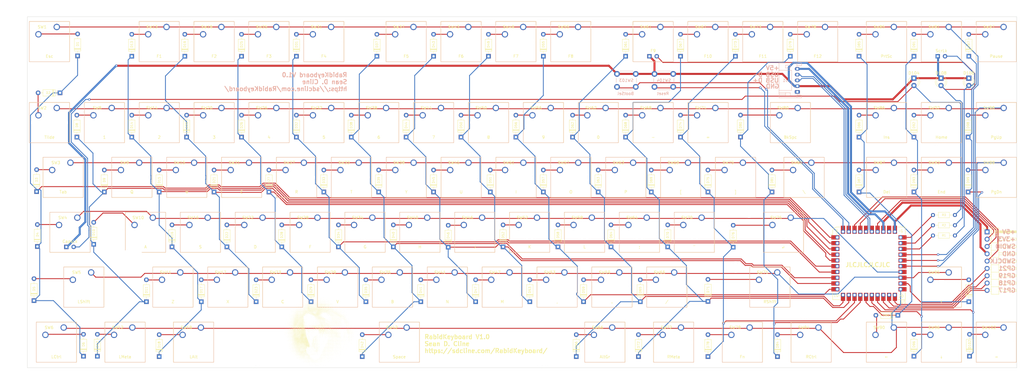
<source format=kicad_pcb>
(kicad_pcb (version 20211014) (generator pcbnew)
  (layers (0 "F.Cu" signal) (31 "B.Cu" signal) (34 "B.Paste" user) (35 "F.Paste" user) (36 "B.SilkS" user "B.Silkscreen") (37 "F.SilkS" user "F.Silkscreen") (38 "B.Mask" user) (39 "F.Mask" user) (44 "Edge.Cuts" user))
  (property "COMPANY" "Sean D. Cline")
  (property "REVISION" "V1.0")
  (property "TITLE" "RabidKeyboard")
  (property "URL" "https://sdcline.com/RabidKeyboard/")
  (net 0 "")
  (net 1 "ColA")
  (net 2 "Net-(D1-Pad2)")
  (net 3 "Net-(D2-Pad2)")
  (net 4 "Net-(D3-Pad2)")
  (net 5 "Net-(D4-Pad2)")
  (net 6 "Net-(D5-Pad2)")
  (net 7 "Net-(D6-Pad2)")
  (net 8 "ColB")
  (net 9 "Net-(D8-Pad2)")
  (net 10 "Net-(D9-Pad2)")
  (net 11 "Net-(D10-Pad2)")
  (net 12 "Net-(D11-Pad2)")
  (net 13 "Net-(D12-Pad2)")
  (net 14 "ColC")
  (net 15 "Net-(D13-Pad2)")
  (net 16 "Net-(D14-Pad2)")
  (net 17 "Net-(D15-Pad2)")
  (net 18 "Net-(D16-Pad2)")
  (net 19 "Net-(D17-Pad2)")
  (net 20 "Net-(D18-Pad2)")
  (net 21 "ColD")
  (net 22 "Net-(D19-Pad2)")
  (net 23 "Net-(D20-Pad2)")
  (net 24 "Net-(D21-Pad2)")
  (net 25 "Net-(D22-Pad2)")
  (net 26 "Net-(D23-Pad2)")
  (net 27 "ColE")
  (net 28 "Net-(D25-Pad2)")
  (net 29 "Net-(D26-Pad2)")
  (net 30 "Net-(D27-Pad2)")
  (net 31 "Net-(D28-Pad2)")
  (net 32 "Net-(D29-Pad2)")
  (net 33 "GND")
  (net 34 "Net-(D31-Pad2)")
  (net 35 "Net-(D33-Pad2)")
  (net 36 "Net-(D35-Pad2)")
  (net 37 "ColF")
  (net 38 "Net-(D37-Pad2)")
  (net 39 "Net-(D38-Pad2)")
  (net 40 "Net-(D39-Pad2)")
  (net 41 "Net-(D40-Pad2)")
  (net 42 "Net-(D41-Pad2)")
  (net 43 "Net-(D42-Pad2)")
  (net 44 "ColG")
  (net 45 "Net-(D43-Pad2)")
  (net 46 "Net-(D44-Pad2)")
  (net 47 "Net-(D45-Pad2)")
  (net 48 "Net-(D46-Pad2)")
  (net 49 "Net-(D47-Pad2)")
  (net 50 "ColH")
  (net 51 "Net-(D49-Pad2)")
  (net 52 "Net-(D50-Pad2)")
  (net 53 "Net-(D51-Pad2)")
  (net 54 "Net-(D52-Pad2)")
  (net 55 "Net-(D53-Pad2)")
  (net 56 "ColI")
  (net 57 "Net-(D55-Pad2)")
  (net 58 "Net-(D56-Pad2)")
  (net 59 "Net-(D57-Pad2)")
  (net 60 "Net-(D58-Pad2)")
  (net 61 "Net-(D59-Pad2)")
  (net 62 "ColJ")
  (net 63 "Net-(D61-Pad2)")
  (net 64 "Net-(D62-Pad2)")
  (net 65 "Net-(D63-Pad2)")
  (net 66 "Net-(D64-Pad2)")
  (net 67 "Net-(D65-Pad2)")
  (net 68 "Net-(D66-Pad2)")
  (net 69 "ColK")
  (net 70 "Net-(D67-Pad2)")
  (net 71 "Net-(D68-Pad2)")
  (net 72 "Net-(D69-Pad2)")
  (net 73 "Net-(D70-Pad2)")
  (net 74 "Net-(D71-Pad2)")
  (net 75 "Net-(D72-Pad2)")
  (net 76 "ColL")
  (net 77 "Net-(D73-Pad2)")
  (net 78 "Net-(D74-Pad2)")
  (net 79 "Net-(D75-Pad2)")
  (net 80 "Net-(D76-Pad2)")
  (net 81 "Net-(D78-Pad2)")
  (net 82 "ColM")
  (net 83 "Net-(D79-Pad2)")
  (net 84 "Net-(D80-Pad2)")
  (net 85 "Net-(D81-Pad2)")
  (net 86 "Net-(D84-Pad2)")
  (net 87 "ColN")
  (net 88 "Net-(D85-Pad2)")
  (net 89 "Net-(D86-Pad2)")
  (net 90 "Net-(D87-Pad2)")
  (net 91 "Net-(D102-Pad2)")
  (net 92 "Net-(D90-Pad2)")
  (net 93 "ColO")
  (net 94 "Net-(D91-Pad2)")
  (net 95 "Net-(D92-Pad2)")
  (net 96 "Net-(D93-Pad2)")
  (net 97 "Net-(D95-Pad2)")
  (net 98 "Net-(D96-Pad2)")
  (net 99 "ColP")
  (net 100 "Net-(D97-Pad2)")
  (net 101 "Net-(D98-Pad2)")
  (net 102 "Net-(D99-Pad2)")
  (net 103 "ColQ")
  (net 104 "/CapsLED")
  (net 105 "/ScrollLED")
  (net 106 "/MetaLED")
  (net 107 "Row0")
  (net 108 "Row5")
  (net 109 "Row1")
  (net 110 "Row4")
  (net 111 "Row2")
  (net 112 "Row3")
  (net 113 "+3V3")
  (net 114 "/GPIO18")
  (net 115 "/GPIO19")
  (net 117 "/GPIO21")
  (net 118 "/SWDIO")
  (net 119 "/SWCLK")
  (net 120 "/ScrollLED_GPIO")
  (net 121 "Net-(D32-Pad2)")
  (net 122 "Net-(D34-Pad2)")
  (net 123 "/USB_D-")
  (net 124 "/USB_D+")
  (net 125 "+5V")
  (net 127 "/CapsLED_GPIO")
  (net 128 "/~{RESET}")
  (net 129 "/BOOTSEL")
  (net 130 "/GPIO17")
  (net 131 "/MetaLED_GPIO")
  (footprint "RabidKeyboard:SW_Cherry_MX_1.25u_PCB" (layer "F.Cu") (at 266.8524 184.8612)
    (fp_text reference "SW72")
    (fp_text value "RMeta")
  )
  (footprint "RabidKeyboard:D_DO-35_SOD27_P7.62mm_Horizontal" (layer "F.Cu") (at 76.2 90.678 90)
    (fp_text reference "D13" hide)
    (fp_text value "1N4148" hide)
  )
  (footprint "RabidKeyboard:D_DO-35_SOD27_P7.62mm_Horizontal" (layer "F.Cu") (at 366.522 137.795 90)
    (fp_text reference "D99" hide)
    (fp_text value "1N4148" hide)
  )
  (footprint "RP2040_Stamp:RP2040_Stamp_THT" (layer "F.Cu") (at 332.105 162.56)
    (fp_text reference "U1")
    (fp_text value "RP2040_Stamp")
  )
  (footprint "RabidKeyboard:MountingHole_8.2mm" (layer "F.Cu") (at 95.25 99.822)
    (fp_text reference "H1" hide)
    (fp_text value "MountingHole_8.2mm" hide)
  )
  (footprint "RabidKeyboard:SW_Cherry_MX_1.00u_PCB_LED" (layer "F.Cu") (at 359.791 80.518)
    (fp_text reference "SW91")
    (fp_text value "ScrLk")
  )
  (footprint "RabidKeyboard:SW_Cherry_MX_1.25u_PCB" (layer "F.Cu") (at 100.203 184.8612)
    (fp_text reference "SW18")
    (fp_text value "LAlt")
  )
  (footprint "RabidKeyboard:D_DO-35_SOD27_P7.62mm_Horizontal" (layer "F.Cu") (at 367.03 194.818 90)
    (fp_text reference "D102" hide)
    (fp_text value "1N4148" hide)
  )
  (footprint "RabidKeyboard:SW_Cherry_MX_1.75u_PCB_LED" (layer "F.Cu") (at 57.3024 146.7104)
    (fp_text reference "SW4")
    (fp_text value "CapsLk")
  )
  (footprint "RabidKeyboard:D_DO-35_SOD27_P7.62mm_Horizontal" (layer "F.Cu") (at 57.15 118.745 90)
    (fp_text reference "D8" hide)
    (fp_text value "1N4148" hide)
  )
  (footprint "RabidKeyboard:SW_Cherry_MX_1.00u_PCB" (layer "F.Cu") (at 259.7404 108.6358)
    (fp_text reference "SW68")
    (fp_text value "-")
  )
  (footprint "RabidKeyboard:SW_Cherry_MX_1.00u_PCB" (layer "F.Cu") (at 178.7652 146.7104)
    (fp_text reference "SW40")
    (fp_text value "H")
  )
  (footprint "RabidKeyboard:SW_Cherry_MX_1.00u_PCB" (layer "F.Cu") (at 245.4402 165.735)
    (fp_text reference "SW59")
    (fp_text value ".")
  )
  (footprint "RabidKeyboard:SW_Cherry_MX_1.00u_PCB" (layer "F.Cu") (at 112.0902 165.735)
    (fp_text reference "SW17")
    (fp_text value "X")
  )
  (footprint "RabidKeyboard:D_DO-35_SOD27_P7.62mm_Horizontal" (layer "F.Cu") (at 147.955 156.845 90)
    (fp_text reference "D34" hide)
    (fp_text value "1N4148" hide)
  )
  (footprint "RabidKeyboard:D_DO-35_SOD27_P7.62mm_Horizontal" (layer "F.Cu") (at 42.2656 175.514 90)
    (fp_text reference "D5" hide)
    (fp_text value "1N4148" hide)
  )
  (footprint "RabidKeyboard:D_DO-35_SOD27_P7.62mm_Horizontal" (layer "F.Cu") (at 138.43 175.895 90)
    (fp_text reference "D29" hide)
    (fp_text value "1N4148" hide)
  )
  (footprint "RabidKeyboard:D_DO-35_SOD27_P7.62mm_Horizontal" (layer "F.Cu") (at 156.21 194.945 90)
    (fp_text reference "D42" hide)
    (fp_text value "1N4148" hide)
  )
  (footprint "RabidKeyboard:SW_Cherry_MX_1.00u_PCB" (layer "F.Cu") (at 378.8918 127.635)
    (fp_text reference "SW99")
    (fp_text value "PgDn")
  )
  (footprint "RabidKeyboard:SW_Cherry_MX_2.25u_PCB" (layer "F.Cu") (at 62.103 165.735)
    (fp_text reference "SW5")
    (fp_text value "LShift")
  )
  (footprint "RabidKeyboard:MountingHole_8.2mm" (layer "F.Cu") (at 76.454 161.29)
    (fp_text reference "H6" hide)
    (fp_text value "MountingHole_8.2mm" hide)
  )
  (footprint "RabidKeyboard:SW_Cherry_MX_1.00u_PCB" (layer "F.Cu") (at 169.2402 165.735)
    (fp_text reference "SW35")
    (fp_text value "B")
  )
  (footprint "RabidKeyboard:SW_Cherry_MX_1.00u_PCB" (layer "F.Cu") (at 235.9152 146.7104)
    (fp_text reference "SW58")
    (fp_text value "L")
  )
  (footprint "RabidKeyboard:SW_Cherry_MX_1.00u_PCB" (layer "F.Cu") (at 126.365 80.518)
    (fp_text reference "SW25")
    (fp_text value "F3")
  )
  (footprint "RabidKeyboard:D_DO-35_SOD27_P7.62mm_Horizontal" (layer "F.Cu") (at 200.025 90.678 90)
    (fp_text reference "D49" hide)
    (fp_text value "1N4148" hide)
  )
  (footprint "RabidKeyboard:MountingHole_4mm" (layer "F.Cu") (at 357.251 123.19)
    (fp_text reference "H8" hide)
    (fp_text value "MountingHole_4mm" hide)
  )
  (footprint "RabidKeyboard:D_DO-35_SOD27_P7.62mm_Horizontal" (layer "F.Cu") (at 266.7 90.678 90)
    (fp_text reference "D67" hide)
    (fp_text value "1N4148" hide)
  )
  (footprint "RabidKeyboard:D_DO-35_SOD27_P7.62mm_Horizontal" (layer "F.Cu") (at 85.725 137.795 90)
    (fp_text reference "D15" hide)
    (fp_text value "1N4148" hide)
  )
  (footprint "RabidKeyboard:SW_Cherry_MX_1.00u_PCB" (layer "F.Cu") (at 197.8152 146.7104)
    (fp_text reference "SW46")
    (fp_text value "J")
  )
  (footprint "LED_THT:LED_D3.0mm" (layer "F.Cu") (at 347.726 98.293 -90)
    (fp_text reference "D104")
    (fp_text value "CapsLock")
  )
  (footprint "RabidKeyboard:SW_Cherry_MX_1.00u_PCB" (layer "F.Cu") (at 50.165 108.6358)
    (fp_text reference "SW2")
    (fp_text value "Tilde")
  )
  (footprint "RabidKeyboard:SW_Cherry_MX_1.00u_PCB" (layer "F.Cu") (at 107.315 80.518)
    (fp_text reference "SW19")
    (fp_text value "F2")
  )
  (footprint "RabidKeyboard:D_DO-35_SOD27_P7.62mm_Horizontal" (layer "F.Cu") (at 123.825 137.795 90)
    (fp_text reference "D27" hide)
    (fp_text value "1N4148" hide)
  )
  (footprint "RabidKeyboard:SW_Cherry_MX_1.00u_PCB" (layer "F.Cu") (at 93.0402 165.735)
    (fp_text reference "SW11")
    (fp_text value "Z")
  )
  (footprint "RabidKeyboard:D_DO-35_SOD27_P7.62mm_Horizontal" (layer "F.Cu") (at 171.45 118.745 90)
    (fp_text reference "D44" hide)
    (fp_text value "1N4148" hide)
  )
  (footprint "RabidKeyboard:D_DO-35_SOD27_P7.62mm_Horizontal" (layer "F.Cu") (at 128.27 156.845 90)
    (fp_text reference "D28" hide)
    (fp_text value "1N4148" hide)
  )
  (footprint "RabidKeyboard:SW_Cherry_MX_1.00u_PCB" (layer "F.Cu") (at 288.3408 127.635)
    (fp_text reference "SW75")
    (fp_text value "]")
  )
  (footprint "RabidKeyboard:SW_Cherry_MX_2.00u_PCB" (layer "F.Cu") (at 307.3654 108.6358)
    (fp_text reference "SW80")
    (fp_text value "BkSpc")
  )
  (footprint "RabidKeyboard:D_DO-35_SOD27_P7.62mm_Horizontal" (layer "F.Cu") (at 176.53 175.895 90)
    (fp_text reference "D41" hide)
    (fp_text value "1N4148" hide)
  )
  (footprint "RabidKeyboard:D_DO-35_SOD27_P7.62mm_Horizontal" (layer "F.Cu") (at 229.235 118.745 90)
    (fp_text reference "D62" hide)
    (fp_text value "1N4148" hide)
  )
  (footprint "RabidKeyboard:R_Axial_DIN0204_L3.6mm_D1.6mm_P7.62mm_Horizontal" (layer "F.Cu") (at 354.33 152.908)
    (fp_text reference "R1" hide)
    (fp_text value "560" hide)
  )
  (footprint "RabidKeyboard:D_DO-35_SOD27_P7.62mm_Horizontal" (layer "F.Cu") (at 242.57 156.845 90)
    (fp_text reference "D64" hide)
    (fp_text value "1N4148" hide)
  )
  (footprint "RabidKeyboard:D_DO-35_SOD27_P7.62mm_Horizontal" (layer "F.Cu") (at 252.73 175.895 90)
    (fp_text reference "D65" hide)
    (fp_text value "1N4148" hide)
  )
  (footprint "RabidKeyboard:D_DO-35_SOD27_P7.62mm_Horizontal" (layer "F.Cu") (at 190.5 118.745 90)
    (fp_text reference "D50" hide)
    (fp_text value "1N4148" hide)
  )
  (footprint "RabidKeyboard:MountingHole_8.2mm" (layer "F.Cu") (at 69.088 150.876)
    (fp_text reference "H5" hide)
    (fp_text value "MountingHole_8.2mm" hide)
  )
  (footprint "RabidKeyboard:D_DO-35_SOD27_P7.62mm_Horizontal" (layer "F.Cu") (at 247.65 90.678 90)
    (fp_text reference "D61" hide)
    (fp_text value "1N4148" hide)
  )
  (footprint "RabidKeyboard:SW_Cherry_MX_1.00u_PCB" (layer "F.Cu") (at 145.4404 108.6358)
    (fp_text reference "SW32")
    (fp_text value "5")
  )
  (footprint "RabidKeyboard:D_DO-35_SOD27_P7.62mm_Horizontal" (layer "F.Cu") (at 342.138 180.594 180)
    (fp_text reference "D90" hide)
    (fp_text value "1N4148" hide)
  )
  (footprint "RabidKeyboard:SW_Cherry_MX_1.00u_PCB" (layer "F.Cu") (at 135.9408 127.635)
    (fp_text reference "SW27")
    (fp_text value "R")
  )
  (footprint "RabidKeyboard:D_DO-35_SOD27_P7.62mm_Horizontal" (layer "F.Cu") (at 287.528 118.7196 90)
    (fp_text reference "D80" hide)
    (fp_text value "1N4148" hide)
  )
  (footprint "RabidKeyboard:MountingHole_8.2mm" (layer "F.Cu") (at 326.39 99.568)
    (fp_text reference "H4" hide)
    (fp_text value "MountingHole_8.2mm" hide)
  )
  (footprint "RabidKeyboard:D_DO-35_SOD27_P7.62mm_Horizontal" (layer "F.Cu") (at 298.45 137.795 90)
    (fp_text reference "D81" hide)
    (fp_text value "1N4148" hide)
  )
  (footprint "RabidKeyboard:D_DO-35_SOD27_P7.62mm_Horizontal" (layer "F.Cu") (at 109.22 156.845 90)
    (fp_text reference "D22" hide)
    (fp_text value "1N4148" hide)
  )
  (footprint "RabidKeyboard:D_DO-35_SOD27_P7.62mm_Horizontal" (layer "F.Cu") (at 247.65 118.745 90)
    (fp_text reference "D68" hide)
    (fp_text value "1N4148" hide)
  )
  (footprint "RabidKeyboard:D_DO-35_SOD27_P7.62mm_Horizontal" (layer "F.Cu") (at 133.35 90.678 90)
    (fp_text reference "D31" hide)
    (fp_text value "1N4148" hide)
  )
  (footprint "RabidKeyboard:SW_Cherry_MX_1.00u_PCB" (layer "F.Cu") (at 240.6904 108.6358)
    (fp_text reference "SW62")
    (fp_text value "0")
  )
  (footprint "RabidKeyboard:D_DO-35_SOD27_P7.62mm_Horizontal" (layer "F.Cu") (at 205.105 156.845 90)
    (fp_text reference "D52" hide)
    (fp_text value "1N4148" hide)
  )
  (footprint "RabidKeyboard:SW_Cherry_MX_2.25u_PCB" (layer "F.Cu") (at 304.9524 146.7104)
    (fp_text reference "SW76")
    (fp_text value "↲")
  )
  (footprint "RabidKeyboard:D_DO-35_SOD27_P7.62mm_Horizontal" (layer "F.Cu") (at 66.675 137.795 90)
    (fp_text reference "D9" hide)
    (fp_text value "1N4148" hide)
  )
  (footprint "RabidKeyboard:SW_Cherry_MX_1.00u_PCB" (layer "F.Cu") (at 274.0152 146.7104)
    (fp_text reference "SW70")
    (fp_text value "\"")
  )
  (footprint "RabidKeyboard:SW_Cherry_MX_1.00u_PCB_LED" (layer "F.Cu") (at 259.715 80.518)
    (fp_text reference "SW61")
    (fp_text value "F9")
  )
  (footprint "RabidKeyboard:D_DO-35_SOD27_P7.62mm_Horizontal" (layer "F.Cu") (at 161.925 137.795 90)
    (fp_text reference "D39" hide)
    (fp_text value "1N4148" hide)
  )
  (footprint "RabidKeyboard:D_DO-35_SOD27_P7.62mm_Horizontal" (layer "F.Cu") (at 133.35 118.745 90)
    (fp_text reference "D32" hide)
    (fp_text value "1N4148" hide)
  )
  (footprint "RabidKeyboard:SW_Cherry_MX_1.00u_PCB" (layer "F.Cu") (at 359.791 184.8612)
    (fp_text reference "SW96")
    (fp_text value "↓")
  )
  (footprint "RabidKeyboard:SW_Cherry_MX_1.00u_PCB" (layer "F.Cu") (at 340.741 184.8612)
    (fp_text reference "SW90")
    (fp_text value "←")
  )
  (footprint "RabidKeyboard:D_DO-35_SOD27_P7.62mm_Horizontal" (layer "F.Cu") (at 167.005 156.845 90)
    (fp_text reference "D40" hide)
    (fp_text value "1N4148" hide)
  )
  (footprint "RabidKeyboard:SW_Cherry_MX_1.25u_PCB" (layer "F.Cu") (at 52.578 184.8612)
    (fp_text reference "SW6")
    (fp_text value "LCtrl")
  )
  (footprint "RabidKeyboard:SW_Cherry_MX_1.00u_PCB" (layer "F.Cu") (at 50.165 80.518)
    (fp_text reference "SW1")
    (fp_text value "Esc")
  )
  (footprint "RabidKeyboard:D_DO-35_SOD27_P7.62mm_Horizontal" (layer "F.Cu") (at 85.725 194.945 90)
    (fp_text reference "D18" hide)
    (fp_text value "1N4148" hide)
  )
  (footprint "RabidKeyboard:D_DO-35_SOD27_P7.62mm_Horizontal" (layer "F.Cu") (at 233.045 175.895 90)
    (fp_text reference "D59" hide)
    (fp_text value "1N4148" hide)
  )
  (footprint "RabidKeyboard:D_DO-35_SOD27_P7.62mm_Horizontal" (layer "F.Cu") (at 252.095 194.945 90)
    (fp_text reference "D72" hide)
    (fp_text value "1N4148" hide)
  )
  (footprint "RabidKeyboard:SW_Cherry_MX_1.00u_PCB" (layer "F.Cu") (at 250.2408 127.635)
    (fp_text reference "SW63")
    (fp_text value "P")
  )
  (footprint "RabidKeyboard:SW_Cherry_MX_1.00u_PCB" (layer "F.Cu") (at 216.8652 146.7104)
    (fp_text reference "SW52")
    (fp_text value "K")
  )
  (footprint "RabidKeyboard:D_DO-35_SOD27_P7.62mm_Horizontal" (layer "F.Cu") (at 366.776 90.678 90)
    (fp_text reference "D97" hide)
    (fp_text value "1N4148" hide)
  )
  (footprint "RabidKeyboard:D_DO-35_SOD27_P7.62mm_Horizontal" (layer "F.Cu") (at 180.975 137.795 90)
    (fp_text reference "D45" hide)
    (fp_text value "1N4148" hide)
  )
  (footprint "RabidKeyboard:R_Axial_DIN0204_L3.6mm_D1.6mm_P7.62mm_Horizontal" (layer "F.Cu") (at 354.33 145.796)
    (fp_text reference "R3" hide)
    (fp_text value "560" hide)
  )
  (footprint "RabidKeyboard:MountingHole_8.2mm" (layer "F.Cu") (at 180.34 99.822)
    (fp_text reference "H2" hide)
    (fp_text value "MountingHole_8.2mm" hide)
  )
  (footprint "RabidKeyboard:SW_Cherry_MX_1.00u_PCB" (layer "F.Cu") (at 359.791 165.735)
    (fp_text reference "SW95")
    (fp_text value "↑")
  )
  (footprint "RabidKeyboard:SW_Cherry_MX_1.00u_PCB" (layer "F.Cu") (at 193.0908 127.635)
    (fp_text reference "SW45")
    (fp_text value "U")
  )
  (footprint "RabidKeyboard:D_DO-35_SOD27_P7.62mm_Horizontal" (layer "F.Cu") (at 51.308 103.378 180)
    (fp_text reference "D2" hide)
    (fp_text value "1N4148" hide)
  )
  (footprint "RabidKeyboard:MountingHole_8.2mm" (layer "F.Cu") (at 326.136 186.69)
    (fp_text reference "H7" hide)
    (fp_text value "MountingHole_8.2mm" hide)
  )
  (footprint "RabidKeyboard:D_DO-35_SOD27_P7.62mm_Horizontal" (layer "F.Cu") (at 347.726 118.745 90)
    (fp_text reference "D92" hide)
    (fp_text value "1N4148" hide)
  )
  (footprint "RabidKeyboard:D_DO-35_SOD27_P7.62mm_Horizontal" (layer "F.Cu") (at 95.25 118.745 90)
    (fp_text reference "D20" hide)
    (fp_text value "1N4148" hide)
  )
  (footprint "RabidKeyboard:SW_Cherry_MX_1.00u_PCB" (layer "F.Cu") (at 254.9652 146.7104)
    (fp_text reference "SW64")
    (fp_text value ";")
  )
  (footprint "RabidKeyboard:SW_Cherry_MX_1.00u_PCB" (layer "F.Cu") (at 188.2902 165.735)
    (fp_text reference "SW41")
    (fp_text value "N")
  )
  (footprint "RabidKeyboard:SW_Cherry_MX_1.00u_PCB" (layer "F.Cu") (at 269.2908 127.635)
    (fp_text reference "SW69")
    (fp_text value "[")
  )
  (footprint "RabidKeyboard:SW_Cherry_MX_1.00u_PCB" (layer "F.Cu") (at 226.3902 165.735)
    (fp_text reference "SW53")
    (fp_text value ",")
  )
  (footprint "RabidKeyboard:SW_Cherry_MX_1.25u_PCB" (layer "F.Cu") (at 290.703 184.8612)
    (fp_text reference "SW78")
    (fp_text value "Fn")
  )
  (footprint "RabidKeyboard:D_DO-35_SOD27_P7.62mm_Horizontal" (layer "F.Cu") (at 256.54 137.795 90)
    (fp_text reference "D69" hide)
    (fp_text value "1N4148" hide)
  )
  (footprint "RabidKeyboard:D_DO-35_SOD27_P7.62mm_Horizontal" (layer "F.Cu") (at 195.58 175.895 90)
    (fp_text reference "D47" hide)
    (fp_text value "1N4148" hide)
  )
  (footprint "RabidKeyboard:SW_Cherry_MX_1.00u_PCB" (layer "F.Cu") (at 316.865 80.518)
    (fp_text reference "SW79")
    (fp_text value "F12")
  )
  (footprint "RabidKeyboard:SW_Cherry_MX_1.00u_PCB" (layer "F.Cu") (at 126.3904 108.6358)
    (fp_text reference "SW26")
    (fp_text value "4")
  )
  (footprint "RabidKeyboard:SW_Cherry_MX_1.00u_PCB" (layer "F.Cu") (at 116.8908 127.635)
    (fp_text reference "SW21")
    (fp_text value "E")
  )
  (footprint "RabidKeyboard:SW_Cherry_MX_1.00u_PCB" (layer "F.Cu") (at 221.6404 108.6358)
    (fp_text reference "SW56")
    (fp_text value "9")
  )
  (footprint "RabidKeyboard:D_DO-35_SOD27_P7.62mm_Horizontal" (layer "F.Cu") (at 224.155 156.845 90)
    (fp_text reference "D58" hide)
    (fp_text value "1N4148" hide)
  )
  (footprint "RabidKeyboard:D_DO-35_SOD27_P7.62mm_Horizontal" (layer "F.Cu") (at 119.38 175.895 90)
    (fp_text reference "D23" hide)
    (fp_text value "1N4148" hide)
  )
  (footprint "LED_THT:LED_D3.0mm" (layer "F.Cu") (at 366.776 98.298 -90)
    (fp_text reference "D106")
    (fp_text value "ScrollLock")
  )
  (footprint "RabidKeyboard:D_DO-35_SOD27_P7.62mm_Horizontal" (layer "F.Cu") (at 142.875 137.795 90)
    (fp_text reference "D33" hide)
    (fp_text value "1N4148" hide)
  )
  (footprint "RabidKeyboard:D_DO-35_SOD27_P7.62mm_Horizontal" (layer "F.Cu") (at 347.726 194.818 90)
    (fp_text reference "D96" hide)
    (fp_text value "1N4148" hide)
  )
  (footprint "RabidKeyboard:D_DO-35_SOD27_P7.62mm_Horizontal" (layer "F.Cu") (at 328.676 118.745 90)
    (fp_text reference "D86" hide)
    (fp_text value "1N4148" hide)
  )
  (footprint "RabidKeyboard:SW_Cherry_MX_1.25u_PCB" (layer "F.Cu") (at 242.9764 184.8612)
    (fp_text reference "SW66")
    (fp_text value "AltGr")
  )
  (footprint "RabidKeyboard:D_DO-35_SOD27_P7.62mm_Horizontal" (layer "F.Cu") (at 90.17 156.845 90)
    (fp_text reference "D16" hide)
    (fp_text value "1N4148" hide)
  )
  (footprint "RabidKeyboard:SW_Cherry_MX_1.00u_PCB" (layer "F.Cu") (at 340.741 80.518)
    (fp_text reference "SW85")
    (fp_text value "PrtSc")
  )
  (footprint "RabidKeyboard:D_DO-35_SOD27_P7.62mm_Horizontal" (layer "F.Cu") (at 43.18 137.668 90)
    (fp_text reference "D3" hide)
    (fp_text value "1N4148" hide)
  )
  (footprint "RabidKeyboard:D_DO-35_SOD27_P7.62mm_Horizontal" (layer "F.Cu") (at 284.988 156.972 90)
    (fp_text reference "D76" hide)
    (fp_text value "1N4148" hide)
  )
  (footprint "RabidKeyboard:D_DO-35_SOD27_P7.62mm_Horizontal" (layer "F.Cu") (at 328.676 90.678 90)
    (fp_text reference "D85" hide)
    (fp_text value "1N4148" hide)
  )
  (footprint "RabidKeyboard:D_DO-35_SOD27_P7.62mm_Horizontal" (layer "F.Cu") (at 266.7 118.745 90)
    (fp_text reference "D74" hide)
    (fp_text value "1N4148" hide)
  )
  (footprint "RabidKeyboard:D_DO-35_SOD27_P7.62mm_Horizontal" (layer "F.Cu") (at 114.3 90.678 90)
    (fp_text reference "D25" hide)
    (fp_text value "1N4148" hide)
  )
  (footprint "RabidKeyboard:D_DO-35_SOD27_P7.62mm_Horizontal" (layer "F.Cu") (at 347.726 137.795 90)
    (fp_text reference "D93" hide)
    (fp_text value "1N4148" hide)
  )
  (footprint "RabidKeyboard:SW_Cherry_MX_1.00u_PCB" (layer "F.Cu") (at 297.815 80.518)
    (fp_text reference "SW73")
    (fp_text value "F11")
  )
  (footprint "RabidKeyboard:SW_Cherry_MX_1.00u_PCB" (layer "F.Cu") (at 107.3404 108.6358)
    (fp_text reference "SW20")
    (fp_text value "3")
  )
  (footprint "RabidKeyboard:D_DO-35_SOD27_P7.62mm_Horizontal" (layer "F.Cu") (at 214.376 175.895 90)
    (fp_text reference "D53" hide)
    (fp_text value "1N4148" hide)
  )
  (footprint "RabidKeyboard:SW_Cherry_MX_1.00u_PCB" (layer "F.Cu") (at 193.04 80.518)
    (fp_text reference "SW43")
    (fp_text value "F6")
  )
  (footprint "RabidKeyboard:D_DO-35_SOD27_P7.62mm_Horizontal" (layer "F.Cu") (at 161.29 90.678 90)
    (fp_text reference "D37" hide)
    (fp_text value "1N4148" hide)
  )
  (footprint "RabidKeyboard:SW_Cherry_MX_1.00u_PCB" (layer "F.Cu") (at 150.1902 165.735)
    (fp_text reference "SW29")
    (fp_text value "V")
  )
  (footprint "RabidKeyboard:D_DO-35_SOD27_P7.62mm_Horizontal" (layer "F.Cu") (at 347.726 90.678 90)
    (fp_text reference "D91" hide)
    (fp_text value "1N4148" hide)
  )
  (footprint "RabidKeyboard:D_DO-35_SOD27_P7.62mm_Horizontal" (layer "F.Cu") (at 64.262 194.818 90)
    (fp_text reference "D12" hide)
    (fp_text value "1N4148" hide)
  )
  (footprint "RabidKeyboard:D_DO-35_SOD27_P7.62mm_Horizontal" (layer "F.Cu") (at 157.48 175.895 90)
    (fp_text reference "D35" hide)
    (fp_text value "1N4148" hide)
  )
  (footprint "RabidKeyboard:D_DO-35_SOD27_P7.62mm_Horizontal" (layer "F.Cu") (at 100.33 175.895 90)
    (fp_text reference "D17" hide)
    (fp_text value "1N4148" hide)
  )
  (footprint "RabidKeyboard:D_DO-35_SOD27_P7.62mm_Horizontal" (layer "F.Cu") (at 328.676 137.795 90)
    (fp_text reference "D87" hide)
    (fp_text value "1N4148" hide)
  )
  (footprint "RabidKeyboard:D_DO-35_SOD27_P7.62mm_Horizontal" (layer "F.Cu") (at 219.075 90.678 90)
    (fp_text reference "D55" hide)
    (fp_text value "1N4148" hide)
  )
  (footprint "RabidKeyboard:R_Axial_DIN0204_L3.6mm_D1.6mm_P7.62mm_Horizontal" (layer "F.Cu") (at 354.33 149.352)
    (fp_text reference "R2" hide)
    (fp_text value "560" hide)
  )
  (footprint "RabidKeyboard:SW_Cherry_MX_1.00u_PCB" (layer "F.Cu") (at 145.415 80.518)
    (fp_text reference "SW31")
    (fp_text value "F4")
  )
  (footprint "RabidKeyboard:D_DO-35_SOD27_P7.62mm_Horizontal" (layer "F.Cu") (at 230.505 194.945 90)
    (fp_text reference "D66" hide)
    (fp_text value "1N4148" hide)
  )
  (footprint "RabidKeyboard:SW_Cherry_MX_1.00u_PCB" (layer "F.Cu") (at 278.7904 108.6358)
    (fp_text reference "SW74")
    (fp_text value "=")
  )
  (footprint "RabidKeyboard:SW_Cherry_MX_1.50u_PCB" (layer "F.Cu") (at 54.9148 127.635)
    (fp_text reference "SW3")
    (fp_text value "Tab")
  )
  (footprint "RabidKeyboard:D_DO-35_SOD27_P7.62mm_Horizontal" (layer "F.Cu") (at 57.404 90.551 90)
    (fp_text reference "D1" hide)
    (fp_text value "1N4148" hide)
  )
  (footprint "RabidKeyboard:SW_Cherry_MX_1.00u_PCB" (layer "F.Cu") (at 340.7918 127.635)
    (fp_text reference "SW87")
    (fp_text value "Del")
  )
  (footprint "RabidKeyboard:SW_Cherry_MX_1.00u_PCB" (layer "F.Cu") (at 131.1402 165.735)
    (fp_text reference "SW23")
    (fp_text value "C")
  )
  (footprint "RabidKeyboard:SW_Cherry_MX_1.00u_PCB" (layer "F.Cu") (at 378.8664 108.6358)
    (fp_text reference "SW98")
    (fp_text value "PgUp")
  )
  (footprint "RabidKeyboard:SW_Cherry_MX_1.00u_PCB" (layer "F.Cu") (at 183.5404 108.6358)
    (fp_text reference "SW44")
    (fp_text value "7")
  )
  (footprint "RabidKeyboard:D_DO-35_SOD27_P7.62mm_Horizontal" (layer "F.Cu") (at 180.975 90.678 90)
    (fp_text reference "D43" hide)
    (fp_text value "1N4148" hide)
  )
  (footprint "RabidKeyboard:SW_Cherry_MX_1.00u_PCB" (layer "F.Cu") (at 340.7664 108.6358)
    (fp_text reference "SW86")
    (fp_text value "Ins")
  )
  (footprint "RabidKeyboard:SW_Cherry_MX_1.00u_PCB" (layer "F.Cu") (at 212.1408 127.635)
    (fp_text reference "SW51")
    (fp_text value "I")
  )
  (footprint "RabidKeyboard:D_DO-35_SOD27_P7.62mm_Horizontal" (layer "F.Cu") (at 94.615 90.678 90)
    (fp_text reference "D19" hide)
    (fp_text value "1N4148" hide)
  )
  (footprint "RabidKeyboard:SW_Cherry_MX_1.00u_PCB" (layer "F.Cu") (at 88.2904 108.6358)
    (fp_text reference "SW14")
    (fp_text value "2")
  )
  (footprint "RabidKeyboard:SW_Cherry_MX_1.25u_PCB" (layer "F.Cu") (at 314.579 184.8612)
    (fp_text reference "SW84")
    (fp_text value "RCtrl")
  )
  (footprint "RabidKeyboard:SW_Cherry_MX_1.00u_PCB" (layer "F.Cu") (at 264.4902 165.735)
    (fp_text reference "SW65")
    (fp_text value "/")
  )
  (footprint "RabidKeyboard:D_DO-35_SOD27_P7.62mm_Horizontal" (layer "F.Cu") (at 262.255 156.845 90)
    (fp_text reference "D70" hide)
    (fp_text value "1N4148" hide)
  )
  (footprint "RabidKeyboard:SW_Cherry_MX_1.00u_PCB" (layer "F.Cu") (at 378.841 80.518)
    (fp_text reference "SW97")
    (fp_text value "Pause")
  )
  (footprint "RabidKeyboard:SW_Cherry_MX_1.00u_PCB" (layer "F.Cu") (at 164.4904 108.6358)
    (fp_text reference "SW38")
    (fp_text value "6")
  )
  (footprint "RabidKeyboard:D_DO-35_SOD27_P7.62mm_Horizontal" (layer "F.Cu") (at 81.28 175.895 90)
    (fp_text reference "D11" hide)
    (fp_text value "1N4148" hide)
  )
  (footprint "RabidKeyboard:SW_Cherry_MX_1.00u_PCB" (layer "F.Cu") (at 378.841 184.8612)
    (fp_text reference "SW102")
    (fp_text value "→")
  )
  (footprint "RabidKeyboard:SW_Cherry_MX_1.00u_PCB" (layer "F.Cu") (at 159.7152 146.7104)
    (fp_text reference "SW34")
    (fp_text value "G")
  )
  (footprint "RabidKeyboard:SW_Cherry_MX_1.00u_PCB" (layer "F.Cu") (at 173.99 80.518)
    (fp_text reference "SW37")
    (fp_text value "F5")
  )
  (footprint "RabidKeyboard:SW_Cherry_MX_6.25u_PCB_MirroredStabs" (layer "F.Cu") (at 171.6278 184.8612)
    (fp_text reference "SW42")
    (fp_text value "Space")
  )
  (footprint "RabidKeyboard:D_DO-35_SOD27_P7.62mm_Horizontal" (layer "F.Cu") (at 76.2 118.745 90)
    (fp_text reference "D14" hide)
    (fp_text value "1N4148" hide)
  )
  (footprint "RabidKeyboard:D_DO-35_SOD27_P7.62mm_Horizontal" (layer "F.Cu") (at 62.992 155.956 90)
    (fp_text reference "D10" hide)
    (fp_text value "1N4148" hide)
  )
  (footprint "RabidKeyboard:SW_Cherry_MX_1.00u_PCB" (layer "F.Cu") (at 154.9908 127.635)
    (fp_text reference "SW33")
    (fp_text value "T")
  )
  (footprint "RabidKeyboard:SW_Cherry_MX_1.00u_PCB" (layer "F.Cu") (at 69.2404 108.6358)
    (fp_text reference "SW8")
    (fp_text value "1")
  )
  (footprint "RabidKeyboard:D_DO-35_SOD27_P7.62mm_Horizontal" (layer "F.Cu") (at 366.522 118.745 90)
    (fp_text reference "D98" hide)
    (fp_text value "1N4148" hide)
  )
  (footprint "RabidKeyboard:SW_Cherry_MX_1.00u_PCB" (layer "F.Cu") (at 102.5652 146.7104)
    (fp_text reference "SW16")
    (fp_text value "S")
  )
  (footprint "RabidKeyboard:SW_Cherry_MX_1.00u_PCB" (layer "F.Cu") (at 207.3402 165.735)
    (fp_text reference "SW47")
    (fp_text value "M")
  )
  (footprint "RabidKeyboard:D_DO-35_SOD27_P7.62mm_Horizontal" (layer "F.Cu") (at 285.75 90.678 90)
    (fp_text reference "D73" hide)
    (fp_text value "1N4148" hide)
  )
  (footprint "RabidKeyboard:SW_Cherry_MX_1.00u_PCB" (layer "F.Cu") (at 88.265 80.518)
    (fp_text reference "SW13")
    (fp_text value "F1")
  )
  (footprint "RabidKeyboard:D_DO-35_SOD27_P7.62mm_Horizontal" (layer "F.Cu") (at 300.355 194.945 90)
    (fp_text reference "D84" hide)
    (fp_text value "1N4148" hide)
  )
  (footprint "RabidKeyboard:D_DO-35_SOD27_P7.62mm_Horizontal" (layer "F.Cu") (at 219.075 137.795 90)
    (fp_text reference "D57" hide)
    (fp_text value "1N4148" hide)
  )
  (footprint "RabidKeyboard:D_DO-35_SOD27_P7.62mm_Horizontal" (layer "F.Cu") (at 366.776 175.895 90)
    (fp_text reference "D95" hide)
    (fp_text value "1N4148" hide)
  )
  (footprint "RabidKeyboard:SW_Cherry_MX_1.00u_PCB" (layer "F.Cu") (at 202.5904 108.6358)
    (fp_text reference "SW50")
    (fp_text value "8")
  )
  (footprint "RabidKeyboard:D_DO-35_SOD27_P7.62mm_Horizontal" (layer "F.Cu") (at 186.055 156.972 90)
    (fp_text reference "D46" hide)
    (fp_text value "1N4148" hide)
  )
  (footprint "RabidKeyboard:D_DO-35_SOD27_P7.62mm_Horizontal" (layer "F.Cu") (at 152.4 118.745 90)
    (fp_text reference "D38" hide)
    (fp_text value "1N4148" hide)
  )
  (footprint "RabidKeyboard:SW_Cherry_MX_2.75u_PCB" (layer "F.Cu") (at 300.2788 165.735)
    (fp_text reference "SW71")
    (fp_text value "RShift")
  )
  (footprint "RabidKeyboard:MountingHole_5mm" (layer "F.Cu") (at 212.09 99.822)
    (fp_text reference "H3" hide)
    (fp_text value "MountingHole_5mm" hide)
  )
  (footprint "RabidKeyboard:D_DO-35_SOD27_P7.62mm_Horizontal" (layer "F.Cu") (at 276.225 175.768 90)
    (fp_text reference "D71" hide)
    (fp_text value "1N4148" hide)
  )
  (footprint "RabidKeyboard:SW_Cherry_MX_1.00u_PCB" (layer "F.Cu") (at 278.765 80.518)
    (fp_text reference "SW67")
    (fp_text value "F10")
  )
  (footprint "RabidKeyboard:RabidKeyboardLogo" (layer "F.Cu") (at 141.224 186.436)
    (fp_text reference "G1" hide)
    (fp_text value "LOGO" hide)
  )
  (footprint "RabidKeyboard:SW_Cherry_MX_1.00u_PCB" (layer "F.Cu") (at 97.8408 127.635)
    (fp_text reference "SW15")
    (fp_text value "W")
  )
  (footprint "RabidKeyboard:D_DO-35_SOD27_P7.62mm_Horizontal" (layer "F.Cu") (at 59.436 194.818 90)
    (fp_text reference "D6" hide)
    (fp_text value "1N4148" hide)
  )
  (footprint "RabidKeyboard:D_DO-35_SOD27_P7.62mm_Horizontal" (layer "F.Cu") (at 209.55 118.745 90)
    (fp_text reference "D56" hide)
    (fp_text value "1N4148" hide)
  )
  (footprint "RabidKeyboard:SW_Cherry_MX_1.00u_PCB" (layer "F.Cu") (at 83.5152 146.7104)
    (fp_text reference "SW10")
    (fp_text value "A")
  )
  (footprint "RabidKeyboard:SW_Cherry_MX_1.00u_PCB" (layer "F.Cu") (at 231.14 80.518)
    (fp_text reference "SW55")
    (fp_text value "F8")
  )
  (footprint "RabidKeyboard:D_DO-35_SOD27_P7.62mm_Horizontal" (layer "F.Cu") (at 238.125 137.795 90)
    (fp_text reference "D63" hide)
    (fp_text value "1N4148" hide)
  )
  (footprint "RabidKeyboard:SW_Cherry_MX_1.00u_PCB" (layer "F.Cu") (at 140.6652 146.7104)
    (fp_text reference "SW28")
    (fp_text value "F")
  )
  (footprint "RabidKeyboard:SW_Cherry_MX_1.25u_PCB" (layer "F.Cu") (at 76.4032 184.8612)
    (fp_text reference "SW12")
    (fp_text value "LMeta")
  )
  (footprint "RabidKeyboard:SW_Cherry_MX_1.00u_PCB" (layer "F.Cu") (at 359.8164 108.6358)
    (fp_text reference "SW92")
    (fp_text value "Home")
  )
  (footprint "RabidKeyboard:SW_Cherry_MX_1.00u_PCB" (layer "F.Cu") (at 78.7908 127.635)
    (fp_text reference "SW9")
    (fp_text value "Q")
  )
  (footprint "RabidKeyboard:SW_Cherry_MX_1.00u_PCB" (layer "F.Cu") (at 231.1908 127.635)
    (fp_text reference "SW57")
    (fp_text value "O")
  )
  (footprint "RabidKeyboard:SW_Cherry_MX_1.00u_PCB" (layer "F.Cu") (at 212.09 80.518)
    (fp_text reference "SW49")
    (fp_text value "F7")
  )
  (footprint "RabidKeyboard:D_DO-35_SOD27_P7.62mm_Horizontal" (layer "F.Cu") (at 200.66 137.795 90)
    (fp_text reference "D51" hide)
    (fp_text value "1N4148" hide)
  )
  (footprint "RabidKeyboard:D_DO-35_SOD27_P7.62mm_Horizontal" (layer "F.Cu") (at 304.8 90.678 90)
    (fp_text reference "D79" hide)
    (fp_text value "1N4148" hide)
  )
  (footprint "RabidKeyboard:SW_Cherry_MX_1.00u_PCB" (layer "F.Cu") (at 121.6152 146.7104)
    (fp_text reference "SW22")
    (fp_text value "D")
  )
  (footprint "Connector_PinHeader_2.54mm:PinHeader_1x09_P2.54mm_Horizontal" (layer "F.Cu") (at 373.126 151.638)
    (fp_text reference "J3")
    (fp_text value "GPIO Debug Header")
  )
  (footprint "RabidKeyboard:SW_Cherry_MX_1.00u_PCB" (layer "F.Cu") (at 359.8418 127.635)
    (fp_text reference "SW93")
    (fp_text value "End")
  )
  (footprint "LED_THT:LED_D3.0mm" (layer "F.Cu") (at 357.124 98.298 -90)
    (fp_text reference "D108")
    (fp_text value "MetaLock")
  )
  (footprint "RabidKeyboard:D_DO-35_SOD27_P7.62mm_Horizontal" (layer "F.Cu") (at 276.225 194.945 90)
    (fp_text reference "D78" hide)
    (fp_text value "1N4148" hide)
  )
  (footprint "RabidKeyboard:SW_Cherry_MX_1.00u_PCB" (layer "F.Cu") (at 174.0408 127.635)
    (fp_text reference "SW39")
    (fp_text value "Y")
  )
  (footprint "RabidKeyboard:D_DO-35_SOD27_P7.62mm_Horizontal" (layer "F.Cu") (at 43.434 156.718 90)
    (fp_text reference "D4" hide)
    (fp_text value "1N4148" hide)
  )
  (footprint "RabidKeyboard:D_DO-35_SOD27_P7.62mm_Horizontal" (layer "F.Cu") (at 114.3 118.745 90)
    (fp_text reference "D26" hide)
    (fp_text value "1N4148" hide)
  )
  (footprint "RabidKeyboard:D_DO-35_SOD27_P7.62mm_Horizontal" (layer "F.Cu") (at 104.775 137.795 90)
    (fp_text reference "D21" hide)
    (fp_text value "1N4148" hide)
  )
  (footprint "RabidKeyboard:D_DO-35_SOD27_P7.62mm_Horizontal" (layer "F.Cu") (at 276.225 137.795 90)
    (fp_text reference "D75" hide)
    (fp_text value "1N4148" hide)
  )
  (footprint "RabidKeyboard:SW_Cherry_MX_1.50u_PCB" (layer "F.Cu") (at 312.1152 127.635)
    (fp_text reference "SW81")
    (fp_text value "\\")
  )
  (footprint "Button_Switch_THT:SW_PUSH_6mm" (layer "B.Cu") (at 251.154 96.81 180)
    (fp_text reference "SW103")
    (fp_text value "BootSel")
  )
  (footprint "Connector_JST:JST_PH_S5B-PH-K_1x05_P2.00mm_Horizontal" (layer "B.Cu") (at 307.25 103.06 90)
    (fp_text reference "J1")
    (fp_text value "USB Connector")
  )
  (footprint "Button_Switch_THT:SW_PUSH_6mm" (layer "B.Cu") (at 264.16 96.81 180)
    (fp_text reference "SW104")
    (fp_text value "Reset")
  )
  (gr_rect (start 39.9796 76.962) (end 383.413 198.8566) (layer "Edge.Cuts") (width 0.1) (fill none))
  (gr_text "GP18" (at 376.920286 169.418) (layer "B.SilkS") (effects (font (size 1.5 1.5) (thickness 0.3)) (justify right mirror)))
  (gr_text "GP19" (at 376.920286 166.878) (layer "B.SilkS") (effects (font (size 1.5 1.5) (thickness 0.3)) (justify right mirror)))
  (gr_text "+5V" (at 296.164 94.742) (layer "B.SilkS") (effects (font (size 1.5 1.5) (thickness 0.3)) (justify right mirror)))
  (gr_text "GP21" (at 376.920286 164.338) (layer "B.SilkS") (effects (font (size 1.5 1.5) (thickness 0.3)) (justify right mirror)))
  (gr_text "+5V" (at 378.206 151.638) (layer "B.SilkS") (effects (font (size 1.5 1.5) (thickness 0.3)) (justify right mirror)))
  (gr_text "GND" (at 378.206 159.258) (layer "B.SilkS") (effects (font (size 1.5 1.5) (thickness 0.3)) (justify right mirror)))
  (gr_text "GND\n" (at 296.164 101.092) (layer "B.SilkS") (effects (font (size 1.5 1.5) (thickness 0.3)) (justify right mirror)))
  (gr_text "SWDCLK" (at 373.920286 161.798) (layer "B.SilkS") (effects (font (size 1.5 1.5) (thickness 0.3)) (justify right mirror)))
  (gr_text "Reset" (at 260.604 103.632) (layer "B.SilkS") (effects (font (size 1 1)) (justify mirror)))
  (gr_text "${TITLE} ${REVISION}\n${COMPANY}\n${URL}" (at 151.13 99.568) (layer "B.SilkS") (effects (font (size 1.5 1.5) (thickness 0.3)) (justify left mirror)))
  (gr_text "USB D-" (at 291.592 97.028) (layer "B.SilkS") (effects (font (size 1.5 1.5) (thickness 0.3)) (justify right mirror)))
  (gr_text "+3V3" (at 376.777429 154.178) (layer "B.SilkS") (effects (font (size 1.5 1.5) (thickness 0.3)) (justify right mirror)))
  (gr_text "USB D+" (at 291.592 99.06) (layer "B.SilkS") (effects (font (size 1.5 1.5) (thickness 0.3)) (justify right mirror)))
  (gr_text "GP17" (at 376.920286 171.958) (layer "B.SilkS") (effects (font (size 1.5 1.5) (thickness 0.3)) (justify right mirror)))
  (gr_text "BootSel" (at 247.65 103.632) (layer "B.SilkS") (effects (font (size 1 1)) (justify mirror)))
  (gr_text "SWDIO" (at 375.848858 156.718) (layer "B.SilkS") (effects (font (size 1.5 1.5) (thickness 0.3)) (justify right mirror)))
  (gr_text "${TITLE} ${REVISION}\n${COMPANY}\n${URL}" (at 177.673 190.5) (layer "F.SilkS") (effects (font (size 1.5 1.5) (thickness 0.3)) (justify left)))
  (gr_text "JLCJLCJLCJLC" (at 331.724 163.068) (layer "F.SilkS") (effects (font (size 1.5 1.5) (thickness 0.3))))
  (segment (start 44.902031 135.945969) (end 43.18 137.668) (width 0.3) (layer "F.Cu") (net 1))
  (segment (start 318.533 153.56) (end 304.743958 139.77096) (width 0.3) (layer "F.Cu") (net 1))
  (segment (start 87.22284 135.945969) (end 44.902031 135.945969) (width 0.3) (layer "F.Cu") (net 1))
  (segment (start 131.052659 139.77096) (end 126.028628 134.746929) (width 0.3) (layer "F.Cu") (net 1))
  (segment (start 121.830499 134.746929) (end 120.616468 135.96096) (width 0.3) (layer "F.Cu") (net 1))
  (segment (start 304.743958 139.77096) (end 131.052659 139.77096) (width 0.3) (layer "F.Cu") (net 1))
  (segment (start 126.028628 134.746929) (end 121.830499 134.746929) (width 0.3) (layer "F.Cu") (net 1))
  (segment (start 101.906318 136.46896) (end 87.745832 136.46896) (width 0.3) (layer "F.Cu") (net 1))
  (segment (start 319.676 153.56) (end 318.533 153.56) (width 0.3) (layer "F.Cu") (net 1))
  (segment (start 87.745832 136.46896) (end 87.22284 135.945969) (width 0.3) (layer "F.Cu") (net 1))
  (segment (start 120.616468 135.96096) (end 107.13568 135.96096) (width 0.3) (layer "F.Cu") (net 1))
  (segment (start 103.028828 135.34645) (end 101.906318 136.46896) (width 0.3) (layer "F.Cu") (net 1))
  (segment (start 106.521169 135.346449) (end 103.028828 135.34645) (width 0.3) (layer "F.Cu") (net 1))
  (segment (start 107.13568 135.96096) (end 106.521169 135.346449) (width 0.3) (layer "F.Cu") (net 1))
  (segment (start 44.236645 173.542955) (end 42.2656 175.514) (width 0.3) (layer "B.Cu") (net 1))
  (segment (start 41.037479 111.149499) (end 41.037479 134.763479) (width 0.3) (layer "B.Cu") (net 1))
  (segment (start 48.808978 103.378) (end 41.037479 111.149499) (width 0.3) (layer "B.Cu") (net 1))
  (segment (start 41.037479 134.763479) (end 43.18 136.906) (width 0.3) (layer "B.Cu") (net 1))
  (segment (start 44.28 136.906) (end 44.683511 137.309511) (width 0.3) (layer "B.Cu") (net 1))
  (segment (start 44.683511 155.468489) (end 43.434 156.718) (width 0.3) (layer "B.Cu") (net 1))
  (segment (start 44.683511 137.309511) (end 44.683511 155.468489) (width 0.3) (layer "B.Cu") (net 1))
  (segment (start 42.2656 175.514) (end 49.001511 175.514) (width 0.3) (layer "B.Cu") (net 1))
  (segment (start 43.434 156.718) (end 44.236645 157.520645) (width 0.3) (layer "B.Cu") (net 1))
  (segment (start 43.18 136.906) (end 44.28 136.906) (width 0.3) (layer "B.Cu") (net 1))
  (segment (start 44.236645 157.520645) (end 44.236645 173.542955) (width 0.3) (layer "B.Cu") (net 1))
  (segment (start 58.186489 193.568489) (end 59.436 194.818) (width 0.3) (layer "B.Cu") (net 1))
  (segment (start 57.404 97.282) (end 51.308 103.378) (width 0.3) (layer "B.Cu") (net 1))
  (segment (start 51.308 103.378) (end 48.808978 103.378) (width 0.3) (layer "B.Cu") (net 1))
  (segment (start 58.186489 184.698978) (end 58.186489 193.568489) (width 0.3) (layer "B.Cu") (net 1))
  (segment (start 57.404 90.678) (end 57.404 97.282) (width 0.3) (layer "B.Cu") (net 1))
  (segment (start 49.001511 175.514) (end 58.186489 184.698978) (width 0.3) (layer "B.Cu") (net 1))
  (segment (start 44.196 82.931) (end 57.404 82.931) (width 0.3) (layer "F.Cu") (net 2))
  (segment (start 43.688 103.378) (end 43.688 110.998) (width 0.3) (layer "F.Cu") (net 3))
  (segment (start 43.18 130.048) (end 48.4124 130.048) (width 0.3) (layer "F.Cu") (net 4))
  (segment (start 43.434 149.098) (end 50.8 149.098) (width 0.3) (layer "F.Cu") (net 5))
  (segment (start 42.2656 167.894) (end 55.372 167.894) (width 0.3) (layer "F.Cu") (net 6))
  (segment (start 46.3804 187.198) (end 59.436 187.198) (width 0.3) (layer "F.Cu") (net 7))
  (segment (start 311.17056 148.22956) (end 311.17056 147.04541) (width 0.3) (layer "F.Cu") (net 8))
  (segment (start 125.780299 135.346449) (end 122.078829 135.346449) (width 0.3) (layer "F.Cu") (net 8))
  (segment (start 102.154648 137.06848) (end 87.497502 137.06848) (width 0.3) (layer "F.Cu") (net 8))
  (segment (start 106.887352 136.56048) (end 106.27284 135.945969) (width 0.3) (layer "F.Cu") (net 8))
  (segment (start 67.924511 136.545489) (end 66.675 137.795) (width 0.3) (layer "F.Cu") (net 8))
  (segment (start 122.078829 135.346449) (end 120.864798 136.56048) (width 0.3) (layer "F.Cu") (net 8))
  (segment (start 311.17056 147.04541) (end 304.495629 140.37048) (width 0.3) (layer "F.Cu") (net 8))
  (segment (start 318.501 155.56) (end 311.17056 148.22956) (width 0.3) (layer "F.Cu") (net 8))
  (segment (start 120.864798 136.56048) (end 106.887352 136.56048) (width 0.3) (layer "F.Cu") (net 8))
  (segment (start 130.80433 140.37048) (end 125.780299 135.346449) (width 0.3) (layer "F.Cu") (net 8))
  (segment (start 320.455 155.56) (end 318.501 155.56) (width 0.3) (layer "F.Cu") (net 8))
  (segment (start 86.974511 136.545489) (end 67.924511 136.545489) (width 0.3) (layer "F.Cu") (net 8))
  (segment (start 304.495629 140.37048) (end 130.80433 140.37048) (width 0.3) (layer "F.Cu") (net 8))
  (segment (start 103.277159 135.945969) (end 102.154648 137.06848) (width 0.3) (layer "F.Cu") (net 8))
  (segment (start 106.27284 135.945969) (end 103.277159 135.945969) (width 0.3) (layer "F.Cu") (net 8))
  (segment (start 87.497502 137.06848) (end 86.974511 136.545489) (width 0.3) (layer "F.Cu") (net 8))
  (segment (start 66.675 137.795) (end 65.575 137.795) (width 0.3) (layer "B.Cu") (net 8))
  (segment (start 62.738 124.333) (end 57.15 118.745) (width 0.3) (layer "B.Cu") (net 8))
  (segment (start 62.992 155.702) (end 61.966435 154.676435) (width 0.3) (layer "B.Cu") (net 8))
  (segment (start 61.966435 154.676435) (end 61.966435 149.585511) (width 0.3) (layer "B.Cu") (net 8))
  (segment (start 78.867 175.895) (end 81.28 175.895) (width 0.3) (layer "B.Cu") (net 8))
  (segment (start 64.262 194.818) (end 64.262 190.5) (width 0.3) (layer "B.Cu") (net 8))
  (segment (start 62.992 158.707) (end 62.992 155.702) (width 0.3) (layer "B.Cu") (net 8))
  (segment (start 64.262 190.5) (end 78.867 175.895) (width 0.3) (layer "B.Cu") (net 8))
  (segment (start 61.468 149.087076) (end 61.468 143.002) (width 0.3) (layer "B.Cu") (net 8))
  (segment (start 61.966435 149.585511) (end 61.468 149.087076) (width 0.3) (layer "B.Cu") (net 8))
  (segment (start 62.738 134.958) (end 62.738 124.333) (width 0.3) (layer "B.Cu") (net 8))
  (segment (start 61.468 143.002) (end 66.675 137.795) (width 0.3) (layer "B.Cu") (net 8))
  (segment (start 80.18 175.895) (end 62.992 158.707) (width 0.3) (layer "B.Cu") (net 8))
  (segment (start 65.575 137.795) (end 62.738 134.958) (width 0.3) (layer "B.Cu") (net 8))
  (segment (start 81.28 175.895) (end 80.18 175.895) (width 0.3) (layer "B.Cu") (net 8))
  (segment (start 57.15 111.125) (end 62.8396 111.125) (width 0.3) (layer "F.Cu") (net 9))
  (segment (start 66.675 130.175) (end 72.4154 130.175) (width 0.3) (layer "F.Cu") (net 10))
  (segment (start 73.04032 145.12552) (end 66.20248 145.12552) (width 0.3) (layer "F.Cu") (net 11))
  (segment (start 66.20248 145.12552) (end 63.246 148.082) (width 0.3) (layer "F.Cu") (net 11))
  (segment (start 77.1652 149.2504) (end 73.04032 145.12552) (width 0.3) (layer "F.Cu") (net 11))
  (segment (start 86.6902 168.3258) (end 81.3308 168.3258) (width 0.3) (layer "F.Cu") (net 12))
  (segment (start 64.262 187.198) (end 69.85 187.198) (width 0.3) (layer "F.Cu") (net 13))
  (segment (start 106.024511 136.545489) (end 103.525489 136.545489) (width 0.3) (layer "F.Cu") (net 14))
  (segment (start 304.2473 140.97) (end 130.556 140.97) (width 0.3) (layer "F.Cu") (net 14))
  (segment (start 130.556 140.97) (end 125.531969 135.945969) (width 0.3) (layer "F.Cu") (net 14))
  (segment (start 103.525489 136.545489) (end 102.402978 137.668) (width 0.3) (layer "F.Cu") (net 14))
  (segment (start 318.342 157.56) (end 310.57104 149.78904) (width 0.3) (layer "F.Cu") (net 14))
  (segment (start 121.113128 137.16) (end 106.639022 137.16) (width 0.3) (layer "F.Cu") (net 14))
  (segment (start 102.402978 137.668) (end 85.852 137.668) (width 0.3) (layer "F.Cu") (net 14))
  (segment (start 320.455 157.56) (end 318.342 157.56) (width 0.3) (layer "F.Cu") (net 14))
  (segment (start 310.57104 147.29374) (end 304.2473 140.97) (width 0.3) (layer "F.Cu") (net 14))
  (segment (start 125.531969 135.945969) (end 122.327159 135.945969) (width 0.3) (layer "F.Cu") (net 14))
  (segment (start 106.639022 137.16) (end 106.024511 136.545489) (width 0.3) (layer "F.Cu") (net 14))
  (segment (start 310.57104 149.78904) (end 310.57104 147.29374) (width 0.3) (layer "F.Cu") (net 14))
  (segment (start 122.327159 135.945969) (end 121.113128 137.16) (width 0.3) (layer "F.Cu") (net 14))
  (segment (start 82.838321 132.115963) (end 82.804 132.081642) (width 0.3) (layer "B.Cu") (net 14))
  (segment (start 74.950489 91.927511) (end 76.2 90.678) (width 0.3) (layer "B.Cu") (net 14))
  (segment (start 90.17 156.845) (end 90.17 153.773242) (width 0.3) (layer "B.Cu") (net 14))
  (segment (start 82.804 125.349) (end 76.2 118.745) (width 0.3) (layer "B.Cu") (net 14))
  (segment (start 85.725 149.328242) (end 85.725 137.795) (width 0.3) (layer "B.Cu") (net 14))
  (segment (start 100.33 178.732859) (end 100.33 175.895) (width 0.3) (layer "B.Cu") (net 14))
  (segment (start 99.080489 174.645489) (end 99.080489 165.755489) (width 0.3) (layer "B.Cu") (net 14))
  (segment (start 76.2 118.745) (end 74.950489 117.495489) (width 0.3) (layer "B.Cu") (net 14))
  (segment (start 85.725 194.945) (end 85.725 193.337859) (width 0.3) (layer "B.Cu") (net 14))
  (segment (start 82.804 134.874) (end 82.804 133.399158) (width 0.3) (layer "B.Cu") (net 14))
  (segment (start 74.950489 117.495489) (end 74.950489 92.054511) (width 0.3) (layer "B.Cu") (net 14))
  (segment (start 100.33 175.895) (end 99.080489 174.645489) (width 0.3) (layer "B.Cu") (net 14))
  (segment (start 85.725 137.795) (end 82.804 134.874) (width 0.3) (layer "B.Cu") (net 14))
  (segment (start 82.804 133.399158) (end 82.838321 133.364837) (width 0.3) (layer "B.Cu") (net 14))
  (segment (start 82.838321 133.364837) (end 82.838321 132.115963) (width 0.3) (layer "B.Cu") (net 14))
  (segment (start 90.17 153.773242) (end 85.725 149.328242) (width 0.3) (layer "B.Cu") (net 14))
  (segment (start 82.804 132.081642) (end 82.804 125.349) (width 0.3) (layer "B.Cu") (net 14))
  (segment (start 99.080489 165.755489) (end 90.17 156.845) (width 0.3) (layer "B.Cu") (net 14))
  (segment (start 85.725 193.337859) (end 100.33 178.732859) (width 0.3) (layer "B.Cu") (net 14))
  (segment (start 76.2 83.058) (end 81.915 83.058) (width 0.3) (layer "F.Cu") (net 15))
  (segment (start 76.2 111.125) (end 81.8896 111.125) (width 0.3) (layer "F.Cu") (net 16))
  (segment (start 85.725 130.175) (end 91.4654 130.175) (width 0.3) (layer "F.Cu") (net 17))
  (segment (start 90.17 149.225) (end 96.1898 149.225) (width 0.3) (layer "F.Cu") (net 18))
  (segment (start 105.7402 168.3258) (end 100.3808 168.3258) (width 0.3) (layer "F.Cu") (net 19))
  (segment (start 85.725 187.325) (end 93.7768 187.325) (width 0.3) (layer "F.Cu") (net 20))
  (segment (start 318.564 159.56) (end 309.97152 150.96752) (width 0.3) (layer "F.Cu") (net 21))
  (segment (start 122.575489 136.545489) (end 121.198978 137.922) (width 0.3) (layer "F.Cu") (net 21))
  (segment (start 303.99897 141.56952) (end 130.13952 141.56952) (width 0.3) (layer "F.Cu") (net 21))
  (segment (start 125.115489 136.545489) (end 122.575489 136.545489) (width 0.3) (layer "F.Cu") (net 21))
  (segment (start 320.455 159.56) (end 318.564 159.56) (width 0.3) (layer "F.Cu") (net 21))
  (segment (start 309.97152 147.54207) (end 303.99897 141.56952) (width 0.3) (layer "F.Cu") (net 21))
  (segment (start 121.198978 137.922) (end 104.902 137.922) (width 0.3) (layer "F.Cu") (net 21))
  (segment (start 130.13952 141.56952) (end 125.115489 136.545489) (width 0.3) (layer "F.Cu") (net 21))
  (segment (start 309.97152 150.96752) (end 309.97152 147.54207) (width 0.3) (layer "F.Cu") (net 21))
  (segment (start 94.615 90.805) (end 87.884 97.536) (width 0.3) (layer "B.Cu") (net 21))
  (segment (start 101.854 134.874) (end 104.775 137.795) (width 0.3) (layer "B.Cu") (net 21))
  (segment (start 109.22 156.845) (end 116.84 164.465) (width 0.3) (layer "B.Cu") (net 21))
  (segment (start 87.884 97.536) (end 87.884 106.038059) (width 0.3) (layer "B.Cu") (net 21))
  (segment (start 104.775 137.795) (end 106.612721 139.632721) (width 0.3) (layer "B.Cu") (net 21))
  (segment (start 116.84 164.465) (end 116.84 173.355) (width 0.3) (layer "B.Cu") (net 21))
  (segment (start 87.884 106.038059) (end 95.25 113.404059) (width 0.3) (layer "B.Cu") (net 21))
  (segment (start 101.854 132.081642) (end 101.888321 132.115963) (width 0.3) (layer "B.Cu") (net 21))
  (segment (start 101.888321 133.364837) (end 101.854 133.399158) (width 0.3) (layer "B.Cu") (net 21))
  (segment (start 101.854 133.399158) (end 101.854 134.874) (width 0.3) (layer "B.Cu") (net 21))
  (segment (start 95.25 118.745) (end 101.854 125.349) (width 0.3) (layer "B.Cu") (net 21))
  (segment (start 101.888321 132.115963) (end 101.888321 133.364837) (width 0.3) (layer "B.Cu") (net 21))
  (segment (start 116.84 173.355) (end 119.38 175.895) (width 0.3) (layer "B.Cu") (net 21))
  (segment (start 101.854 125.349) (end 101.854 132.081642) (width 0.3) (layer "B.Cu") (net 21))
  (segment (start 95.25 113.404059) (end 95.25 118.745) (width 0.3) (layer "B.Cu") (net 21))
  (segment (start 106.612721 139.632721) (end 106.612721 154.237721) (width 0.3) (layer "B.Cu") (net 21))
  (segment (start 106.612721 154.237721) (end 109.22 156.845) (width 0.3) (layer "B.Cu") (net 21))
  (segment (start 94.615 83.058) (end 100.965 83.058) (width 0.3) (layer "F.Cu") (net 22))
  (segment (start 95.25 111.125) (end 100.9396 111.125) (width 0.3) (layer "F.Cu") (net 23))
  (segment (start 110.5408 130.2004) (end 104.8004 130.2004) (width 0.3) (layer "F.Cu") (net 24))
  (segment (start 109.22 149.225) (end 115.2398 149.225) (width 0.3) (layer "F.Cu") (net 25))
  (segment (start 124.7902 168.3258) (end 119.4308 168.3258) (width 0.3) (layer "F.Cu") (net 26))
  (segment (start 318.532 161.56) (end 317.119 160.147) (width 0.3) (layer "F.Cu") (net 27))
  (segment (start 309.372 151.257) (end 309.372 147.7904) (width 0.3) (layer "F.Cu") (net 27))
  (segment (start 309.372 147.7904) (end 303.75064 142.16904) (width 0.3) (layer "F.Cu") (net 27))
  (segment (start 317.119 160.147) (end 317.119 159.004) (width 0.3) (layer "F.Cu") (net 27))
  (segment (start 303.75064 142.16904) (end 129.89119 142.16904) (width 0.3) (layer "F.Cu") (net 27))
  (segment (start 129.89119 142.16904) (end 125.51715 137.795) (width 0.3) (layer "F.Cu") (net 27))
  (segment (start 317.119 159.004) (end 309.372 151.257) (width 0.3) (layer "F.Cu") (net 27))
  (segment (start 319.600303 161.56) (end 318.532 161.56) (width 0.3) (layer "F.Cu") (net 27))
  (segment (start 125.51715 137.795) (end 123.825 137.795) (width 0.3) (layer "F.Cu") (net 27))
  (segment (start 120.938321 134.908321) (end 123.825 137.795) (width 0.3) (layer "B.Cu") (net 27))
  (segment (start 135.187721 163.762721) (end 135.187721 172.652721) (width 0.3) (layer "B.Cu") (net 27))
  (segment (start 123.825 137.795) (end 125.984 139.954) (width 0.3) (layer "B.Cu") (net 27))
  (segment (start 125.984 154.559) (end 128.27 156.845) (width 0.3) (layer "B.Cu") (net 27))
  (segment (start 113.050489 117.495489) (end 114.3 118.745) (width 0.3) (layer "B.Cu") (net 27))
  (segment (start 113.050489 92.054511) (end 113.050489 117.495489) (width 0.3) (layer "B.Cu") (net 27))
  (segment (start 120.938321 125.383321) (end 120.938321 134.908321) (width 0.3) (layer "B.Cu") (net 27))
  (segment (start 135.187721 172.652721) (end 138.43 175.895) (width 0.3) (layer "B.Cu") (net 27))
  (segment (start 114.3 118.745) (end 120.938321 125.383321) (width 0.3) (layer "B.Cu") (net 27))
  (segment (start 114.3 90.678) (end 113.050489 91.927511) (width 0.3) (layer "B.Cu") (net 27))
  (segment (start 128.27 156.845) (end 135.187721 163.762721) (width 0.3) (layer "B.Cu") (net 27))
  (segment (start 125.984 139.954) (end 125.984 154.559) (width 0.3) (layer "B.Cu") (net 27))
  (segment (start 114.3 83.058) (end 120.015 83.058) (width 0.3) (layer "F.Cu") (net 28))
  (segment (start 114.3 111.125) (end 119.9896 111.125) (width 0.3) (layer "F.Cu") (net 29))
  (segment (start 129.5908 130.2004) (end 123.8504 130.2004) (width 0.3) (layer "F.Cu") (net 30))
  (segment (start 128.27 149.225) (end 134.2898 149.225) (width 0.3) (layer "F.Cu") (net 31))
  (segment (start 143.8402 168.3258) (end 138.4808 168.3258) (width 0.3) (layer "F.Cu") (net 32))
  (segment (start 257.66 97.155) (end 257.66 92.433) (width 0.7) (layer "F.Cu") (net 33))
  (segment (start 370.84 156.972) (end 373.126 159.258) (width 0.7) (layer "F.Cu") (net 33))
  (segment (start 307.25 101.06) (end 306.292 101.06) (width 0.7) (layer "F.Cu") (net 33))
  (segment (start 323.30448 105.62648) (end 318.738 101.06) (width 0.7) (layer "F.Cu") (net 33))
  (segment (start 302.042 96.81) (end 264.16 96.81) (width 0.7) (layer "F.Cu") (net 33))
  (segment (start 318.738 101.06) (end 307.25 101.06) (width 0.7) (layer "F.Cu") (net 33))
  (segment (start 241.824 93.98) (end 244.654 96.81) (width 0.7) (layer "F.Cu") (net 33))
  (segment (start 340.39252 105.62648) (end 323.30448 105.62648) (width 0.7) (layer "F.Cu") (net 33))
  (segment (start 347.726 98.293) (end 340.39252 105.62648) (width 0.7) (layer "F.Cu") (net 33))
  (segment (start 264.16 96.81) (end 244.654 96.81) (width 0.7) (layer "F.Cu") (net 33))
  (segment (start 70.866 93.98) (end 241.824 93.98) (width 0.7) (layer "F.Cu") (net 33))
  (segment (start 364.335142 142.51504) (end 370.84 149.019898) (width 0.7) (layer "F.Cu") (net 33))
  (segment (start 346.68896 142.51504) (end 364.335142 142.51504) (width 0.7) (layer "F.Cu") (net 33))
  (segment (start 370.84 149.019898) (end 370.84 156.972) (width 0.7) (layer "F.Cu") (net 33))
  (segment (start 257.66 92.433) (end 255.905 90.678) (width 0.7) (layer "F.Cu") (net 33))
  (segment (start 341.105 150.91) (end 341.105 148.099) (width 0.7) (layer "F.Cu") (net 33))
  (segment (start 366.776 98.298) (end 347.731 98.298) (width 0.7) (layer "F.Cu") (net 33))
  (segment (start 306.292 101.06) (end 302.042 96.81) (width 0.7) (layer "F.Cu") (net 33))
  (segment (start 341.105 148.099) (end 346.68896 142.51504) (width 0.7) (layer "F.Cu") (net 33))
  (via (at 70.866 93.98) (size 0.8) (drill 0.4) (layers "F.Cu" "B.Cu") (net 33))
  (segment (start 70.866 93.98) (end 70.751308 93.98) (width 0.7) (layer "B.Cu") (net 33))
  (segment (start 54.412521 110.318787) (end 54.412521 120.821213) (width 0.7) (layer "B.Cu") (net 33))
  (segment (start 341.105 151.56) (end 341.105 147.995346) (width 0.7) (layer "B.Cu") (net 33))
  (segment (start 58.134879 150.145121) (end 58.134879 152.459067) (width 0.7) (layer "B.Cu") (net 33))
  (segment (start 60.06896 126.477652) (end 60.06896 148.21104) (width 0.7) (layer "B.Cu") (net 33))
  (segment (start 325.882 137.922) (end 325.882 108.204) (width 0.7) (layer "B.Cu") (net 33))
  (segment (start 58.134879 152.459067) (end 53.723546 156.8704) (width 0.7) (layer "B.Cu") (net 33))
  (segment (start 60.06896 148.21104) (end 58.134879 150.145121) (width 0.7) (layer "B.Cu") (net 33))
  (segment (start 337.635654 144.526) (end 332.486 144.526) (width 0.7) (layer "B.Cu") (net 33))
  (segment (start 310.642 92.964) (end 305.816 92.964) (width 0.7) (layer "B.Cu") (net 33))
  (segment (start 341.105 147.995346) (end 337.635654 144.526) (width 0.7) (layer "B.Cu") (net 33))
  (segment (start 357.124 98.298) (end 356.108 97.282) (width 0.7) (layer "B.Cu") (net 33))
  (segment (start 304.292 99.06) (end 306.292 101.06) (width 0.7) (layer "B.Cu") (net 33))
  (segment (start 305.816 92.964) (end 304.292 94.488) (width 0.7) (layer "B.Cu") (net 33))
  (segment (start 54.412521 120.821213) (end 60.06896 126.477652) (width 0.7) (layer "B.Cu") (net 33))
  (segment (start 332.486 144.526) (end 325.882 137.922) (width 0.7) (layer "B.Cu") (net 33))
  (segment (start 356.108 97.282) (end 356.108 90.805) (width 0.7) (layer "B.Cu") (net 33))
  (segment (start 325.882 108.204) (end 310.642 92.964) (width 0.7) (layer "B.Cu") (net 33))
  (segment (start 70.751308 93.98) (end 54.412521 110.318787) (width 0.7) (layer "B.Cu") (net 33))
  (segment (start 306.292 101.06) (end 307.25 101.06) (width 0.7) (layer "B.Cu") (net 33))
  (segment (start 304.292 94.488) (end 304.292 99.06) (width 0.7) (layer "B.Cu") (net 33))
  (segment (start 133.35 83.058) (end 139.065 83.058) (width 0.3) (layer "F.Cu") (net 34))
  (segment (start 148.6408 130.2004) (end 142.9004 130.2004) (width 0.3) (layer "F.Cu") (net 35))
  (segment (start 162.8902 168.3258) (end 157.5308 168.3258) (width 0.3) (layer "F.Cu") (net 36))
  (segment (start 320.455 163.56) (end 313.674 163.56) (width 0.3) (layer "F.Cu") (net 37))
  (segment (start 203.358829 154.396449) (end 202.652798 155.10248) (width 0.3) (layer "F.Cu") (net 37))
  (segment (start 202.652798 155.10248) (end 149.69752 155.10248) (width 0.3) (layer "F.Cu") (net 37))
  (segment (start 304.962479 154.84848) (end 207.3032 154.84848) (width 0.3) (layer "F.Cu") (net 37))
  (segment (start 313.674 163.56) (end 304.962479 154.84848) (width 0.3) (layer "F.Cu") (net 37))
  (segment (start 207.3032 154.84848) (end 206.851169 154.396449) (width 0.3) (layer "F.Cu") (net 37))
  (segment (start 149.69752 155.10248) (end 147.955 156.845) (width 0.3) (layer "F.Cu") (net 37))
  (segment (start 206.851169 154.396449) (end 203.358829 154.396449) (width 0.3) (layer "F.Cu") (net 37))
  (segment (start 155.194 164.084) (end 155.194 173.609) (width 0.3) (layer "B.Cu") (net 37))
  (segment (start 133.35 118.745) (end 139.988321 125.383321) (width 0.3) (layer "B.Cu") (net 37))
  (segment (start 144.712721 139.632721) (end 144.712721 153.602721) (width 0.3) (layer "B.Cu") (net 37))
  (segment (start 142.875 137.795) (end 144.712721 139.632721) (width 0.3) (layer "B.Cu") (net 37))
  (segment (start 139.988321 134.908321) (end 142.875 137.795) (width 0.3) (layer "B.Cu") (net 37))
  (segment (start 139.988321 125.383321) (end 139.988321 134.908321) (width 0.3) (layer "B.Cu") (net 37))
  (segment (start 133.35 90.678) (end 132.100489 91.927511) (width 0.3) (layer "B.Cu") (net 37))
  (segment (start 132.100489 92.054511) (end 132.100489 117.495489) (width 0.3) (layer "B.Cu") (net 37))
  (segment (start 155.194 173.609) (end 157.48 175.895) (width 0.3) (layer "B.Cu") (net 37))
  (segment (start 144.712721 153.602721) (end 147.955 156.845) (width 0.3) (layer "B.Cu") (net 37))
  (segment (start 132.100489 117.495489) (end 133.35 118.745) (width 0.3) (layer "B.Cu") (net 37))
  (segment (start 147.955 156.845) (end 155.194 164.084) (width 0.3) (layer "B.Cu") (net 37))
  (segment (start 161.29 83.058) (end 167.64 83.058) (width 0.3) (layer "F.Cu") (net 38))
  (segment (start 152.4 111.125) (end 158.0896 111.125) (width 0.3) (layer "F.Cu") (net 39))
  (segment (start 167.6908 130.2004) (end 161.9504 130.2004) (width 0.3) (layer "F.Cu") (net 40))
  (segment (start 167.005 149.225) (end 172.3898 149.225) (width 0.3) (layer "F.Cu") (net 41))
  (segment (start 181.9402 168.3258) (end 176.5808 168.3258) (width 0.3) (layer "F.Cu") (net 42))
  (segment (start 156.21 187.325) (end 165.1914 187.325) (width 0.3) (layer "F.Cu") (net 43))
  (segment (start 207.05487 155.448) (end 206.602839 154.995969) (width 0.3) (layer "F.Cu") (net 44))
  (segment (start 319.475558 165.608) (end 314.87415 165.608) (width 0.3) (layer "F.Cu") (net 44))
  (segment (start 206.602839 154.995969) (end 203.607159 154.995969) (width 0.3) (layer "F.Cu") (net 44))
  (segment (start 304.71415 155.448) (end 207.05487 155.448) (width 0.3) (layer "F.Cu") (net 44))
  (segment (start 202.901128 155.702) (end 168.148 155.702) (width 0.3) (layer "F.Cu") (net 44))
  (segment (start 314.87415 165.608) (end 304.71415 155.448) (width 0.3) (layer "F.Cu") (net 44))
  (segment (start 168.148 155.702) (end 167.005 156.845) (width 0.3) (layer "F.Cu") (net 44))
  (segment (start 203.607159 154.995969) (end 202.901128 155.702) (width 0.3) (layer "F.Cu") (net 44))
  (segment (start 159.038321 134.908321) (end 161.925 137.795) (width 0.3) (layer "B.Cu") (net 44))
  (segment (start 156.21 194.945) (end 156.21 193.845) (width 0.3) (layer "B.Cu") (net 44))
  (segment (start 161.29 90.805) (end 155.194 96.901) (width 0.3) (layer "B.Cu") (net 44))
  (segment (start 156.21 193.845) (end 174.16 175.895) (width 0.3) (layer "B.Cu") (net 44))
  (segment (start 159.038321 125.383321) (end 159.038321 134.908321) (width 0.3) (layer "B.Cu") (net 44))
  (segment (start 174.16 175.895) (end 176.53 175.895) (width 0.3) (layer "B.Cu") (net 44))
  (segment (start 167.005 156.845) (end 173.482 163.322) (width 0.3) (layer "B.Cu") (net 44))
  (segment (start 163.762721 153.602721) (end 167.005 156.845) (width 0.3) (layer "B.Cu") (net 44))
  (segment (start 155.194 96.901) (end 155.194 115.951) (width 0.3) (layer "B.Cu") (net 44))
  (segment (start 152.4 118.745) (end 159.038321 125.383321) (width 0.3) (layer "B.Cu") (net 44))
  (segment (start 173.482 172.72) (end 176.53 175.768) (width 0.3) (layer "B.Cu") (net 44))
  (segment (start 173.482 163.322) (end 173.482 172.72) (width 0.3) (layer "B.Cu") (net 44))
  (segment (start 163.762721 139.632721) (end 163.762721 153.602721) (width 0.3) (layer "B.Cu") (net 44))
  (segment (start 155.194 115.951) (end 152.4 118.745) (width 0.3) (layer "B.Cu") (net 44))
  (segment (start 161.925 137.795) (end 163.762721 139.632721) (width 0.3) (layer "B.Cu") (net 44))
  (segment (start 180.975 83.058) (end 186.69 83.058) (width 0.3) (layer "F.Cu") (net 45))
  (segment (start 171.45 111.125) (end 177.1396 111.125) (width 0.3) (layer "F.Cu") (net 46))
  (segment (start 186.7408 130.2004) (end 181.0004 130.2004) (width 0.3) (layer "F.Cu") (net 47))
  (segment (start 186.055 149.352) (end 191.3636 149.352) (width 0.3) (layer "F.Cu") (net 48))
  (segment (start 200.9902 168.3258) (end 195.6308 168.3258) (width 0.3) (layer "F.Cu") (net 49))
  (segment (start 306.244 167.56) (end 301.914479 163.23048) (width 0.3) (layer "F.Cu") (net 50))
  (segment (start 202.478978 156.972) (end 186.055 156.972) (width 0.3) (layer "F.Cu") (net 50))
  (segment (start 289.411618 162.687921) (end 287.756655 161.032959) (width 0.3) (layer "F.Cu") (net 50))
  (segment (start 287.756655 161.032959) (end 211.791981 161.032959) (width 0.3) (layer "F.Cu") (net 50))
  (segment (start 211.791981 161.032959) (end 206.354511 155.595489) (width 0.3) (layer "F.Cu") (net 50))
  (segment (start 292.019821 163.23048) (end 291.477262 162.687921) (width 0.3) (layer "F.Cu") (net 50))
  (segment (start 291.477262 162.687921) (end 289.411618 162.687921) (width 0.3) (layer "F.Cu") (net 50))
  (segment (start 301.914479 163.23048) (end 292.019821 163.23048) (width 0.3) (layer "F.Cu") (net 50))
  (segment (start 206.354511 155.595489) (end 203.855489 155.595489) (width 0.3) (layer "F.Cu") (net 50))
  (segment (start 203.855489 155.595489) (end 202.478978 156.972) (width 0.3) (layer "F.Cu") (net 50))
  (segment (start 320.455 167.56) (end 306.244 167.56) (width 0.3) (layer "F.Cu") (net 50))
  (segment (start 180.975 90.805) (end 174.412879 97.367121) (width 0.3) (layer "B.Cu") (net 50))
  (segment (start 183.134 139.954) (end 183.134 154.178) (width 0.3) (layer "B.Cu") (net 50))
  (segment (start 174.412879 97.367121) (end 174.412879 115.782121) (width 0.3) (layer "B.Cu") (net 50))
  (segment (start 192.532 166.878) (end 192.532 172.847) (width 0.3) (layer "B.Cu") (net 50))
  (segment (start 192.532 172.847) (end 195.58 175.895) (width 0.3) (layer "B.Cu") (net 50))
  (segment (start 174.412879 115.782121) (end 171.45 118.745) (width 0.3) (layer "B.Cu") (net 50))
  (segment (start 178.308 135.128) (end 180.975 137.795) (width 0.3) (layer "B.Cu") (net 50))
  (segment (start 180.975 137.795) (end 183.134 139.954) (width 0.3) (layer "B.Cu") (net 50))
  (segment (start 183.134 154.178) (end 185.928 156.972) (width 0.3) (layer "B.Cu") (net 50))
  (segment (start 178.308 125.603) (end 178.308 135.128) (width 0.3) (layer "B.Cu") (net 50))
  (segment (start 171.45 118.745) (end 178.308 125.603) (width 0.3) (layer "B.Cu") (net 50))
  (segment (start 186.055 160.401) (end 192.532 166.878) (width 0.3) (layer "B.Cu") (net 50))
  (segment (start 186.055 156.972) (end 186.055 160.401) (width 0.3) (layer "B.Cu") (net 50))
  (segment (start 200.025 83.058) (end 205.74 83.058) (width 0.3) (layer "F.Cu") (net 51))
  (segment (start 190.5 111.125) (end 196.1896 111.125) (width 0.3) (layer "F.Cu") (net 52))
  (segment (start 205.7908 130.2004) (end 200.6854 130.2004) (width 0.3) (layer "F.Cu") (net 53))
  (segment (start 205.105 149.225) (end 210.4898 149.225) (width 0.3) (layer "F.Cu") (net 54))
  (segment (start 220.0402 168.3258) (end 214.4268 168.3258) (width 0.3) (layer "F.Cu") (net 55))
  (segment (start 291.228932 163.287441) (end 289.163288 163.287441) (width 0.3) (layer "F.Cu") (net 56))
  (segment (start 289.163288 163.287441) (end 287.508326 161.632479) (width 0.3) (layer "F.Cu") (net 56))
  (segment (start 320.455 169.56) (end 307.39615 169.56) (width 0.3) (layer "F.Cu") (net 56))
  (segment (start 301.66615 163.83) (end 291.771491 163.83) (width 0.3) (layer "F.Cu") (net 56))
  (segment (start 287.508326 161.632479) (end 211.543651 161.632479) (width 0.3) (layer "F.Cu") (net 56))
  (segment (start 291.771491 163.83) (end 291.228932 163.287441) (width 0.3) (layer "F.Cu") (net 56))
  (segment (start 206.756172 156.845) (end 205.105 156.845) (width 0.3) (layer "F.Cu") (net 56))
  (segment (start 307.39615 169.56) (end 301.66615 163.83) (width 0.3) (layer "F.Cu") (net 56))
  (segment (start 211.543651 161.632479) (end 206.756172 156.845) (width 0.3) (layer "F.Cu") (net 56))
  (segment (start 197.138321 134.273321) (end 200.66 137.795) (width 0.3) (layer "B.Cu") (net 56))
  (segment (start 193.462879 115.782121) (end 190.5 118.745) (width 0.3) (layer "B.Cu") (net 56))
  (segment (start 190.5 118.745) (end 197.138321 125.383321) (width 0.3) (layer "B.Cu") (net 56))
  (segment (start 200.025 90.805) (end 193.462879 97.367121) (width 0.3) (layer "B.Cu") (net 56))
  (segment (start 200.66 137.795) (end 202.184 139.319) (width 0.3) (layer "B.Cu") (net 56))
  (segment (start 211.582 173.736) (end 213.741 175.895) (width 0.3) (layer "B.Cu") (net 56))
  (segment (start 211.582 163.322) (end 211.582 173.736) (width 0.3) (layer "B.Cu") (net 56))
  (segment (start 197.138321 125.383321) (end 197.138321 134.273321) (width 0.3) (layer "B.Cu") (net 56))
  (segment (start 202.184 139.319) (end 202.184 154.432) (width 0.3) (layer "B.Cu") (net 56))
  (segment (start 205.105 156.845) (end 211.582 163.322) (width 0.3) (layer "B.Cu") (net 56))
  (segment (start 202.184 154.432) (end 204.597 156.845) (width 0.3) (layer "B.Cu") (net 56))
  (segment (start 193.462879 97.367121) (end 193.462879 115.782121) (width 0.3) (layer "B.Cu") (net 56))
  (segment (start 219.075 83.058) (end 224.79 83.058) (width 0.3) (layer "F.Cu") (net 57))
  (segment (start 209.55 111.125) (end 215.2396 111.125) (width 0.3) (layer "F.Cu") (net 58))
  (segment (start 224.8408 130.2004) (end 219.1004 130.2004) (width 0.3) (layer "F.Cu") (net 59))
  (segment (start 224.155 149.225) (end 229.5398 149.225) (width 0.3) (layer "F.Cu") (net 60))
  (segment (start 239.0902 168.3258) (end 233.0958 168.3258) (width 0.3) (layer "F.Cu") (net 61))
  (segment (start 319.786 171.577) (end 318.389 171.577) (width 0.3) (layer "F.Cu") (net 62))
  (segment (start 235.467479 173.472521) (end 233.045 175.895) (width 0.3) (layer "F.Cu") (net 62))
  (segment (start 316.493479 173.472521) (end 235.467479 173.472521) (width 0.3) (layer "F.Cu") (net 62))
  (segment (start 318.389 171.577) (end 316.493479 173.472521) (width 0.3) (layer "F.Cu") (net 62))
  (segment (start 230.886 163.576) (end 230.886 172.72) (width 0.3) (layer "B.Cu") (net 62))
  (segment (start 220.98 139.7) (end 220.98 154.178) (width 0.3) (layer "B.Cu") (net 62))
  (segment (start 216.188321 125.383321) (end 216.188321 134.908321) (width 0.3) (layer "B.Cu") (net 62))
  (segment (start 220.98 154.178) (end 223.647 156.845) (width 0.3) (layer "B.Cu") (net 62))
  (segment (start 219.075 137.795) (end 220.98 139.7) (width 0.3) (layer "B.Cu") (net 62))
  (segment (start 219.075 90.805) (end 219.075 104.267) (width 0.3) (layer "B.Cu") (net 62))
  (segment (start 212.344 110.998) (end 212.344 115.951) (width 0.3) (layer "B.Cu") (net 62))
  (segment (start 209.55 118.745) (end 216.188321 125.383321) (width 0.3) (layer "B.Cu") (net 62))
  (segment (start 219.075 104.267) (end 212.344 110.998) (width 0.3) (layer "B.Cu") (net 62))
  (segment (start 224.155 156.845) (end 230.886 163.576) (width 0.3) (layer "B.Cu") (net 62))
  (segment (start 230.886 172.72) (end 230.632 172.974) (width 0.3) (layer "B.Cu") (net 62))
  (segment (start 230.632 172.974) (end 230.632 173.482) (width 0.3) (layer "B.Cu") (net 62))
  (segment (start 216.188321 134.908321) (end 219.075 137.795) (width 0.3) (layer "B.Cu") (net 62))
  (segment (start 212.344 115.951) (end 209.55 118.745) (width 0.3) (layer "B.Cu") (net 62))
  (segment (start 230.632 173.482) (end 233.045 175.895) (width 0.3) (layer "B.Cu") (net 62))
  (segment (start 247.65 83.058) (end 253.365 83.058) (width 0.3) (layer "F.Cu") (net 63))
  (segment (start 229.235 111.125) (end 234.2896 111.125) (width 0.3) (layer "F.Cu") (net 64))
  (segment (start 243.8908 130.2004) (end 238.1504 130.2004) (width 0.3) (layer "F.Cu") (net 65))
  (segment (start 242.57 149.225) (end 248.5898 149.225) (width 0.3) (layer "F.Cu") (net 66))
  (segment (start 258.1402 168.3258) (end 252.7808 168.3258) (width 0.3) (layer "F.Cu") (net 67))
  (segment (start 230.505 187.325) (end 236.5756 187.325) (width 0.3) (layer "F.Cu") (net 68))
  (segment (start 321.945 177.292) (end 319.786 177.292) (width 0.3) (layer "F.Cu") (net 69))
  (segment (start 323.105 174.21) (end 323.105 176.132) (width 0.3) (layer "F.Cu") (net 69))
  (segment (start 254.552959 174.072041) (end 252.73 175.895) (width 0.3) (layer "F.Cu") (net 69))
  (segment (start 319.786 177.292) (end 316.566041 174.072041) (width 0.3) (layer "F.Cu") (net 69))
  (segment (start 316.566041 174.072041) (end 254.552959 174.072041) (width 0.3) (layer "F.Cu") (net 69))
  (segment (start 323.105 176.132) (end 321.945 177.292) (width 0.3) (layer "F.Cu") (net 69))
  (segment (start 238.125 137.795) (end 240.284 139.954) (width 0.3) (layer "B.Cu") (net 69))
  (segment (start 231.562879 116.417121) (end 229.235 118.745) (width 0.3) (layer "B.Cu") (net 69))
  (segment (start 247.65 90.805) (end 231.562879 106.892121) (width 0.3) (layer "B.Cu") (net 69))
  (segment (start 235.238321 124.748321) (end 235.238321 134.908321) (width 0.3) (layer "B.Cu") (net 69))
  (segment (start 245.915859 175.895) (end 252.73 175.895) (width 0.3) (layer "B.Cu") (net 69))
  (segment (start 242.57 156.845) (end 249.682 163.957) (width 0.3) (layer "B.Cu") (net 69))
  (segment (start 249.682 163.957) (end 249.682 172.847) (width 0.3) (layer "B.Cu") (net 69))
  (segment (start 249.682 172.847) (end 252.73 175.895) (width 0.3) (layer "B.Cu") (net 69))
  (segment (start 230.505 194.945) (end 230.505 191.305859) (width 0.3) (layer "B.Cu") (net 69))
  (segment (start 235.238321 134.908321) (end 238.125 137.795) (width 0.3) (layer "B.Cu") (net 69))
  (segment (start 231.562879 106.892121) (end 231.562879 116.417121) (width 0.3) (layer "B.Cu") (net 69))
  (segment (start 240.284 139.954) (end 240.284 154.559) (width 0.3) (layer "B.Cu") (net 69))
  (segment (start 230.505 191.305859) (end 245.915859 175.895) (width 0.3) (layer "B.Cu") (net 69))
  (segment (start 229.235 118.745) (end 235.238321 124.748321) (width 0.3) (layer "B.Cu") (net 69))
  (segment (start 240.284 154.559) (end 242.57 156.845) (width 0.3) (layer "B.Cu") (net 69))
  (segment (start 266.7 83.058) (end 272.415 83.058) (width 0.3) (layer "F.Cu") (net 70))
  (segment (start 247.65 111.125) (end 253.3396 111.125) (width 0.3) (layer "F.Cu") (net 71))
  (segment (start 262.9408 130.2004) (end 256.5654 130.2004) (width 0.3) (layer "F.Cu") (net 72))
  (segment (start 262.255 149.225) (end 267.6398 149.225) (width 0.3) (layer "F.Cu") (net 73))
  (segment (start 276.225 168.148) (end 293.7256 168.148) (width 0.3) (layer "F.Cu") (net 74))
  (segment (start 252.095 187.325) (end 260.477 187.325) (width 0.3) (layer "F.Cu") (net 75))
  (segment (start 319.53767 177.89152) (end 316.317711 174.671561) (width 0.3) (layer "F.Cu") (net 76))
  (segment (start 277.321439 174.671561) (end 276.225 175.768) (width 0.3) (layer "F.Cu") (net 76))
  (segment (start 325.105 174.21) (end 325.105 176.164) (width 0.3) (layer "F.Cu") (net 76))
  (segment (start 325.105 176.164) (end 323.37748 177.89152) (width 0.3) (layer "F.Cu") (net 76))
  (segment (start 323.37748 177.89152) (end 319.53767 177.89152) (width 0.3) (layer "F.Cu") (net 76))
  (segment (start 316.317711 174.671561) (end 277.321439 174.671561) (width 0.3) (layer "F.Cu") (net 76))
  (segment (start 259.334 153.924) (end 262.255 156.845) (width 0.3) (layer "B.Cu") (net 76))
  (segment (start 255.016 136.271) (end 256.54 137.795) (width 0.3) (layer "B.Cu") (net 76))
  (segment (start 268.732 163.322) (end 268.732 169.926) (width 0.3) (layer "B.Cu") (net 76))
  (segment (start 255.016 126.111) (end 255.016 136.271) (width 0.3) (layer "B.Cu") (net 76))
  (segment (start 250.327924 106.68) (end 250.19 106.817924) (width 0.3) (layer "B.Cu") (net 76))
  (segment (start 262.255 156.845) (end 268.732 163.322) (width 0.3) (layer "B.Cu") (net 76))
  (segment (start 250.19 116.205) (end 247.65 118.745) (width 0.3) (layer "B.Cu") (net 76))
  (segment (start 268.732 169.926) (end 274.574 175.768) (width 0.3) (layer "B.Cu") (net 76))
  (segment (start 247.65 118.745) (end 255.016 126.111) (width 0.3) (layer "B.Cu") (net 76))
  (segment (start 269.893459 175.768) (end 276.225 175.768) (width 0.3) (layer "B.Cu") (net 76))
  (segment (start 262.603881 106.68) (end 250.327924 106.68) (width 0.3) (layer "B.Cu") (net 76))
  (segment (start 256.54 137.795) (end 259.334 140.589) (width 0.3) (layer "B.Cu") (net 76))
  (segment (start 252.095 194.945) (end 252.095 193.566459) (width 0.3) (layer "B.Cu") (net 76))
  (segment (start 250.19 106.817924) (end 250.19 116.205) (width 0.3) (layer "B.Cu") (net 76))
  (segment (start 274.574 175.768) (end 276.225 175.768) (width 0.3) (layer "B.Cu") (net 76))
  (segment (start 266.7 90.805) (end 266.7 102.583881) (width 0.3) (layer "B.Cu") (net 76))
  (segment (start 266.7 102.583881) (end 262.603881 106.68) (width 0.3) (layer "B.Cu") (net 76))
  (segment (start 252.095 193.566459) (end 269.893459 175.768) (width 0.3) (layer "B.Cu") (net 76))
  (segment (start 259.334 140.589) (end 259.334 153.924) (width 0.3) (layer "B.Cu") (net 76))
  (segment (start 285.75 83.058) (end 291.465 83.058) (width 0.3) (layer "F.Cu") (net 77))
  (segment (start 266.7 111.125) (end 272.3896 111.125) (width 0.3) (layer "F.Cu") (net 78))
  (segment (start 281.9908 130.2004) (end 276.2504 130.2004) (width 0.3) (layer "F.Cu") (net 79))
  (segment (start 284.988 149.352) (end 298.5008 149.352) (width 0.3) (layer "F.Cu") (net 80))
  (segment (start 276.225 187.325) (end 284.3276 187.325) (width 0.3) (layer "F.Cu") (net 81))
  (segment (start 282.53952 182.53448) (end 320.76652 182.53448) (width 0.3) (layer "F.Cu") (net 82))
  (segment (start 281.686 183.388) (end 282.53952 182.53448) (width 0.3) (layer "F.Cu") (net 82))
  (segment (start 320.76652 182.53448) (end 327.105 176.196) (width 0.3) (layer "F.Cu") (net 82))
  (segment (start 327.105 176.196) (end 327.105 175.259022) (width 0.3) (layer "F.Cu") (net 82))
  (via (at 281.686 183.388) (size 0.8) (drill 0.4) (layers "F.Cu" "B.Cu") (net 82))
  (segment (start 278.384 139.954) (end 278.384 150.368) (width 0.3) (layer "B.Cu") (net 82))
  (segment (start 281.575479 160.384521) (end 281.575479 183.531479) (width 0.3) (layer "B.Cu") (net 82))
  (segment (start 273.338321 134.908321) (end 276.225 137.795) (width 0.3) (layer "B.Cu") (net 82))
  (segment (start 269.494 107.061) (end 269.494 115.951) (width 0.3) (layer "B.Cu") (net 82))
  (segment (start 269.494 115.951) (end 266.7 118.745) (width 0.3) (layer "B.Cu") (net 82))
  (segment (start 276.225 137.795) (end 278.384 139.954) (width 0.3) (layer "B.Cu") (net 82))
  (segment (start 278.384 150.368) (end 284.988 156.972) (width 0.3) (layer "B.Cu") (net 82))
  (segment (start 285.75 90.805) (end 269.494 107.061) (width 0.3) (layer "B.Cu") (net 82))
  (segment (start 284.988 156.972) (end 281.575479 160.384521) (width 0.3) (layer "B.Cu") (net 82))
  (segment (start 281.686 183.388) (end 281.686 183.420958) (width 0.3) (layer "B.Cu") (net 82))
  (segment (start 281.575479 189.594521) (end 276.225 194.945) (width 0.3) (layer "B.Cu") (net 82))
  (segment (start 273.338321 125.383321) (end 273.338321 134.908321) (width 0.3) (layer "B.Cu") (net 82))
  (segment (start 281.575479 183.531479) (end 281.575479 189.594521) (width 0.3) (layer "B.Cu") (net 82))
  (segment (start 266.7 118.745) (end 273.338321 125.383321) (width 0.3) (layer "B.Cu") (net 82))
  (segment (start 281.686 183.420958) (end 281.575479 183.531479) (width 0.3) (layer "B.Cu") (net 82))
  (segment (start 304.8 83.058) (end 310.515 83.058) (width 0.3) (layer "F.Cu") (net 83))
  (segment (start 287.528 111.0996) (end 300.9392 111.0996) (width 0.3) (layer "F.Cu") (net 84))
  (segment (start 305.7652 130.2004) (end 298.4754 130.2004) (width 0.3) (layer "F.Cu") (net 85))
  (segment (start 300.355 187.325) (end 308.2036 187.325) (width 0.3) (layer "F.Cu") (net 86))
  (segment (start 322.216371 181.932479) (end 323.273521 181.932479) (width 0.3) (layer "F.Cu") (net 87))
  (segment (start 321.01485 183.134) (end 322.216371 181.932479) (width 0.3) (layer "F.Cu") (net 87))
  (segment (start 329.105 176.101) (end 329.105 174.21) (width 0.3) (layer "F.Cu") (net 87))
  (segment (start 323.273521 181.932479) (end 329.105 176.101) (width 0.3) (layer "F.Cu") (net 87))
  (segment (start 299.212 183.642) (end 299.72 183.134) (width 0.3) (layer "F.Cu") (net 87))
  (segment (start 299.72 183.134) (end 321.01485 183.134) (width 0.3) (layer "F.Cu") (net 87))
  (via (at 299.212 183.642) (size 0.8) (drill 0.4) (layers "F.Cu" "B.Cu") (net 87))
  (segment (start 295.656 163.379741) (end 295.656 140.589) (width 0.3) (layer "B.Cu") (net 87))
  (segment (start 299.105489 177.652511) (end 300.424259 176.333741) (width 0.3) (layer "B.Cu") (net 87))
  (segment (start 300.424259 168.148) (end 295.656 163.379741) (width 0.3) (layer "B.Cu") (net 87))
  (segment (start 299.105489 193.695489) (end 299.105489 183.240511) (width 0.3) (layer "B.Cu") (net 87))
  (segment (start 299.105489 183.240511) (end 299.105489 177.652511) (width 0.3) (layer "B.Cu") (net 87))
  (segment (start 297.18 92.71) (end 290.068 99.822) (width 0.3) (layer "B.Cu") (net 87))
  (segment (start 295.656 140.589) (end 298.45 137.795) (width 0.3) (layer "B.Cu") (net 87))
  (segment (start 287.528 118.7196) (end 287.528 121.92) (width 0.3) (layer "B.Cu") (net 87))
  (segment (start 297.2308 136.5758) (end 298.45 137.795) (width 0.3) (layer "B.Cu") (net 87))
  (segment (start 300.424259 176.333741) (end 300.424259 168.148) (width 0.3) (layer "B.Cu") (net 87))
  (segment (start 287.528 118.7196) (end 290.068 116.1796) (width 0.3) (layer "B.Cu") (net 87))
  (segment (start 297.2308 131.6228) (end 297.2308 136.5758) (width 0.3) (layer "B.Cu") (net 87))
  (segment (start 287.528 121.92) (end 297.2308 131.6228) (width 0.3) (layer "B.Cu") (net 87))
  (segment (start 290.068 116.1796) (end 290.068 99.822) (width 0.3) (layer "B.Cu") (net 87))
  (segment (start 300.355 194.945) (end 299.105489 193.695489) (width 0.3) (layer "B.Cu") (net 87))
  (segment (start 299.212 183.347022) (end 299.105489 183.240511) (width 0.3) (layer "B.Cu") (net 87))
  (segment (start 302.768 92.71) (end 297.18 92.71) (width 0.3) (layer "B.Cu") (net 87))
  (segment (start 299.212 183.642) (end 299.212 183.347022) (width 0.3) (layer "B.Cu") (net 87))
  (segment (start 304.8 90.678) (end 302.768 92.71) (width 0.3) (layer "B.Cu") (net 87))
  (segment (start 328.93 83.058) (end 334.645 83.058) (width 0.3) (layer "F.Cu") (net 88))
  (segment (start 328.93 111.125) (end 334.6196 111.125) (width 0.3) (layer "F.Cu") (net 89))
  (segment (start 328.93 130.175) (end 334.6958 130.175) (width 0.3) (layer "F.Cu") (net 90))
  (segment (start 367.03 187.198) (end 372.364 187.198) (width 0.3) (layer "F.Cu") (net 91))
  (segment (start 334.772 180.594) (end 334.772 187.198) (width 0.3) (layer "F.Cu") (net 92))
  (segment (start 332.486 177.546) (end 331.105 176.165) (width 0.3) (layer "F.Cu") (net 93))
  (segment (start 342.392 180.594) (end 336.71815 180.594) (width 0.3) (layer "F.Cu") (net 93))
  (segment (start 333.67015 177.546) (end 332.486 177.546) (width 0.3) (layer "F.Cu") (net 93))
  (segment (start 336.71815 180.594) (end 333.67015 177.546) (width 0.3) (layer "F.Cu") (net 93))
  (segment (start 331.105 176.165) (end 331.105 174.21) (width 0.3) (layer "F.Cu") (net 93))
  (segment (start 331.47 115.951) (end 331.47 93.472) (width 0.3) (layer "B.Cu") (net 93))
  (segment (start 328.676 137.795) (end 330.454 136.017) (width 0.3) (layer "B.Cu") (net 93))
  (segment (start 332.486 138.176) (end 346.964 152.654) (width 0.3) (layer "B.Cu") (net 93))
  (segment (start 331.47 93.472) (end 328.676 90.678) (width 0.3) (layer "B.Cu") (net 93))
  (segment (start 346.964 175.768) (end 342.138 180.594) (width 0.3) (layer "B.Cu") (net 93))
  (segment (start 330.454 136.017) (end 330.454 120.523) (width 0.3) (layer "B.Cu") (net 93))
  (segment (start 328.676 118.745) (end 331.47 115.951) (width 0.3) (layer "B.Cu") (net 93))
  (segment (start 346.964 152.654) (end 346.964 175.768) (width 0.3) (layer "B.Cu") (net 93))
  (segment (start 330.454 120.523) (end 328.676 118.745) (width 0.3) (layer "B.Cu") (net 93))
  (segment (start 328.676 138.176) (end 332.486 138.176) (width 0.3) (layer "B.Cu") (net 93))
  (segment (start 347.726 83.058) (end 353.441 83.058) (width 0.3) (layer "F.Cu") (net 94))
  (segment (start 347.726 111.125) (end 353.4156 111.125) (width 0.3) (layer "F.Cu") (net 95))
  (segment (start 347.726 130.175) (end 353.4918 130.175) (width 0.3) (layer "F.Cu") (net 96))
  (segment (start 353.558521 168.157479) (end 366.658479 168.157479) (width 0.3) (layer "F.Cu") (net 97))
  (segment (start 347.726 187.198) (end 353.314 187.198) (width 0.3) (layer "F.Cu") (net 98))
  (segment (start 348.742 179.324) (end 336.296 179.324) (width 0.3) (layer "F.Cu") (net 99))
  (segment (start 350.393 180.975) (end 348.742 179.324) (width 0.3) (layer "F.Cu") (net 99))
  (segment (start 336.296 179.324) (end 333.91848 176.94648) (width 0.3) (layer "F.Cu") (net 99))
  (segment (start 333.105 176.26) (end 333.105 175.03115) (width 0.3) (layer "F.Cu") (net 99))
  (segment (start 333.91848 176.94648) (end 333.79148 176.94648) (width 0.3) (layer "F.Cu") (net 99))
  (segment (start 333.79148 176.94648) (end 333.105 176.26) (width 0.3) (layer "F.Cu") (net 99))
  (via (at 350.393 180.975) (size 0.8) (drill 0.4) (layers "F.Cu" "B.Cu") (net 99))
  (segment (start 350.393 140.462) (end 347.726 137.795) (width 0.3) (layer "B.Cu") (net 99))
  (segment (start 350.393 180.975) (end 350.393 175.895) (width 0.3) (layer "B.Cu") (net 99))
  (segment (start 347.726 118.745) (end 348.975511 119.994511) (width 0.3) (layer "B.Cu") (net 99))
  (segment (start 366.776 175.895) (end 350.393 175.895) (width 0.3) (layer "B.Cu") (net 99))
  (segment (start 350.393 175.895) (end 350.393 140.462) (width 0.3) (layer "B.Cu") (net 99))
  (segment (start 350.393 180.975) (end 350.393 192.151) (width 0.3) (layer "B.Cu") (net 99))
  (segment (start 350.393 192.151) (end 347.726 194.818) (width 0.3) (layer "B.Cu") (net 99))
  (segment (start 347.726 90.932) (end 344.932 93.726) (width 0.3) (layer "B.Cu") (net 99))
  (segment (start 344.932 93.853) (end 344.932 115.697) (width 0.3) (layer "B.Cu") (net 99))
  (segment (start 348.975511 119.994511) (end 348.975511 136.545489) (width 0.3) (layer "B.Cu") (net 99))
  (segment (start 344.932 115.697) (end 345.186 115.951) (width 0.3) (layer "B.Cu") (net 99))
  (segment (start 348.975511 136.545489) (end 347.726 137.795) (width 0.3) (layer "B.Cu") (net 99))
  (segment (start 344.932 115.951) (end 347.726 118.745) (width 0.3) (layer "B.Cu") (net 99))
  (segment (start 366.776 83.058) (end 372.491 83.058) (width 0.3) (layer "F.Cu") (net 100))
  (segment (start 367.411 111.125) (end 372.4656 111.125) (width 0.3) (layer "F.Cu") (net 101))
  (segment (start 367.411 130.175) (end 372.5418 130.175) (width 0.3) (layer "F.Cu") (net 102))
  (segment (start 335.105 176.101) (end 335.105 175.212) (width 0.3) (layer "F.Cu") (net 103))
  (segment (start 368.3 179.578) (end 367.411 178.689) (width 0.3) (layer "F.Cu") (net 103))
  (segment (start 367.411 178.689) (end 337.693 178.689) (width 0.3) (layer "F.Cu") (net 103))
  (segment (start 337.693 178.689) (end 335.105 176.101) (width 0.3) (layer "F.Cu") (net 103))
  (segment (start 371.221 137.795) (end 366.522 137.795) (width 0.3) (layer "F.Cu") (net 103))
  (segment (start 371.348 137.922) (end 371.221 137.795) (width 0.3) (layer "F.Cu") (net 103))
  (via (at 368.3 179.578) (size 0.8) (drill 0.4) (layers "F.Cu" "B.Cu") (net 103))
  (via (at 371.348 137.922) (size 0.8) (drill 0.4) (layers "F.Cu" "B.Cu") (net 103))
  (segment (start 370.19008 139.07992) (end 371.348 137.922) (width 0.3) (layer "B.Cu") (net 103))
  (segment (start 369.390511 93.419511) (end 369.390511 100.380987) (width 0.3) (layer "B.Cu") (net 103))
  (segment (start 370.19008 150.935618) (end 370.19008 139.07992) (width 0.3) (layer "B.Cu") (net 103))
  (segment (start 368.279511 179.557511) (end 368.279511 152.846188) (width 0.3) (layer "B.Cu") (net 103))
  (segment (start 366.522 118.745) (end 367.771511 119.994511) (width 0.3) (layer "B.Cu") (net 103))
  (segment (start 367.792 117.475) (end 366.522 118.745) (width 0.3) (layer "B.Cu") (net 103))
  (segment (start 368.3 179.578) (end 368.279511 179.598489) (width 0.3) (layer "B.Cu") (net 103))
  (segment (start 368.279511 152.846188) (end 370.19008 150.935618) (width 0.3) (layer "B.Cu") (net 103))
  (segment (start 368.3 179.578) (end 368.279511 179.557511) (width 0.3) (layer "B.Cu") (net 103))
  (segment (start 367.771511 136.545489) (end 366.522 137.795) (width 0.3) (layer "B.Cu") (net 103))
  (segment (start 367.792 101.979498) (end 367.792 117.475) (width 0.3) (layer "B.Cu") (net 103))
  (segment (start 368.279511 179.598489) (end 368.279511 193.568489) (width 0.3) (layer "B.Cu") (net 103))
  (segment (start 369.390511 100.380987) (end 367.792 101.979498) (width 0.3) (layer "B.Cu") (net 103))
  (segment (start 368.279511 193.568489) (end 367.03 194.818) (width 0.3) (layer "B.Cu") (net 103))
  (segment (start 366.776 90.678) (end 369.390511 93.292511) (width 0.3) (layer "B.Cu") (net 103))
  (segment (start 367.771511 119.994511) (end 367.771511 136.545489) (width 0.3) (layer "B.Cu") (net 103))
  (segment (start 342.133 106.426) (end 347.726 100.833) (width 0.3) (layer "F.Cu") (net 104))
  (segment (start 320.179279 104.533279) (end 322.072 106.426) (width 0.3) (layer "F.Cu") (net 104))
  (segment (start 322.072 106.426) (end 342.133 106.426) (width 0.3) (layer "F.Cu") (net 104))
  (segment (start 289.166721 104.533279) (end 320.179279 104.533279) (width 0.3) (layer "F.Cu") (net 104))
  (segment (start 288.036 105.664) (end 289.166721 104.533279) (width 0.3) (layer "F.Cu") (net 104))
  (segment (start 61.468 105.664) (end 288.036 105.664) (width 0.3) (layer "F.Cu") (net 104))
  (via (at 61.468 105.664) (size 0.8) (drill 0.4) (layers "F.Cu" "B.Cu") (net 104))
  (segment (start 363.982 107.188) (end 363.474 106.68) (width 0.3) (layer "B.Cu") (net 104))
  (segment (start 61.349921 153.534079) (end 58.0136 156.8704) (width 0.3) (layer "B.Cu") (net 104))
  (segment (start 60.86848 149.335406) (end 61.366915 149.83384) (width 0.3) (layer "B.Cu") (net 104))
  (segment (start 61.366915 151.148969) (end 61.349921 151.165963) (width 0.3) (layer "B.Cu") (net 104))
  (segment (start 61.366915 149.83384) (end 61.366915 151.148969) (width 0.3) (layer "B.Cu") (net 104))
  (segment (start 61.349921 151.165963) (end 61.349921 153.534079) (width 0.3) (layer "B.Cu") (net 104))
  (segment (start 363.982 143.764) (end 363.982 107.188) (width 0.3) (layer "B.Cu") (net 104))
  (segment (start 55.212041 110.649959) (end 55.212041 120.490041) (width 0.3) (layer "B.Cu") (net 104))
  (segment (start 60.86848 126.14648) (end 60.86848 149.335406) (width 0.3) (layer "B.Cu") (net 104))
  (segment (start 353.573 106.68) (end 347.726 100.833) (width 0.3) (layer "B.Cu") (net 104))
  (segment (start 61.468 105.664) (end 60.198 105.664) (width 0.3) (layer "B.Cu") (net 104))
  (segment (start 56.134 156.464) (end 56.642 156.972) (width 0.3) (layer "B.Cu") (net 104))
  (segment (start 55.212041 120.490041) (end 60.86848 126.14648) (width 0.3) (layer "B.Cu") (net 104))
  (segment (start 361.95 145.796) (end 363.982 143.764) (width 0.3) (layer "B.Cu") (net 104))
  (segment (start 56.642 156.972) (end 56.0274 156.972) (width 0.3) (layer "B.Cu") (net 104))
  (segment (start 58.0136 156.8704) (end 56.0324 156.8704) (width 0.3) (layer "B.Cu") (net 104))
  (segment (start 60.198 105.664) (end 55.212041 110.649959) (width 0.3) (layer "B.Cu") (net 104))
  (segment (start 363.474 106.68) (end 353.573 106.68) (width 0.3) (layer "B.Cu") (net 104))
  (segment (start 368.790991 99.91852) (end 368.790991 96.756991) (width 0.3) (layer "B.Cu") (net 105))
  (segment (start 365.18104 149.67696) (end 365.18104 102.43296) (width 0.3) (layer "B.Cu") (net 105))
  (segment (start 367.871511 100.838) (end 368.790991 99.91852) (width 0.3) (layer "B.Cu") (net 105))
  (segment (start 368.790991 96.756991) (end 362.712 90.678) (width 0.3) (layer "B.Cu") (net 105))
  (segment (start 361.95 152.908) (end 365.18104 149.67696) (width 0.3) (layer "B.Cu") (net 105))
  (segment (start 365.18104 102.43296) (end 366.776 100.838) (width 0.3) (layer "B.Cu") (net 105))
  (segment (start 362.712 90.678) (end 358.521 90.678) (width 0.3) (layer "B.Cu") (net 105))
  (segment (start 366.776 100.838) (end 367.871511 100.838) (width 0.3) (layer "B.Cu") (net 105))
  (segment (start 367.712489 102.187511) (end 368.808 101.092) (width 0.3) (layer "F.Cu") (net 106))
  (segment (start 368.808 101.092) (end 368.808 96.694489) (width 0.3) (layer "F.Cu") (net 106))
  (segment (start 357.124 100.838) (end 358.473511 102.187511) (width 0.3) (layer "F.Cu") (net 106))
  (segment (start 358.473511 102.187511) (end 367.712489 102.187511) (width 0.3) (layer "F.Cu") (net 106))
  (segment (start 368.808 96.694489) (end 364.950511 92.837) (width 0.3) (layer "F.Cu") (net 106))
  (segment (start 260.599 92.837) (end 258.44 90.678) (width 0.3) (layer "F.Cu") (net 106))
  (segment (start 364.950511 92.837) (end 260.599 92.837) (width 0.3) (layer "F.Cu") (net 106))
  (segment (start 363.722329 106.08048) (end 362.36648 106.08048) (width 0.3) (layer "B.Cu") (net 106))
  (segment (start 361.95 149.352) (end 364.58152 146.72048) (width 0.3) (layer "B.Cu") (net 106))
  (segment (start 364.58152 146.72048) (end 364.58152 106.93967) (width 0.3) (layer "B.Cu") (net 106))
  (segment (start 362.36648 106.08048) (end 357.124 100.838) (width 0.3) (layer "B.Cu") (net 106))
  (segment (start 364.58152 106.93967) (end 363.722329 106.08048) (width 0.3) (layer "B.Cu") (net 106))
  (segment (start 356.108 159.512) (end 356.06 159.56) (width 0.3) (layer "F.Cu") (net 107))
  (segment (start 356.06 159.56) (end 343.501 159.56) (width 0.3) (layer "F.Cu") (net 107))
  (segment (start 378.841 80.518) (end 50.165 80.518) (width 0.3) (layer "F.Cu") (net 107))
  (via (at 356.108 159.512) (size 0.8) (drill 0.4) (layers "F.Cu" "B.Cu") (net 107))
  (segment (start 368.39152 102.227828) (end 369.990031 100.629317) (width 0.3) (layer "B.Cu") (net 107))
  (segment (start 369.990031 100.629317) (end 369.990031 90.844031) (width 0.3) (layer "B.Cu") (net 107))
  (segment (start 359.003655 159.512) (end 368.39152 150.124135) (width 0.3) (layer "B.Cu") (net 107))
  (segment (start 356.108 159.512) (end 359.003655 159.512) (width 0.3) (layer "B.Cu") (net 107))
  (segment (start 369.990031 90.717031) (end 359.791 80.518) (width 0.3) (layer "B.Cu") (net 107))
  (segment (start 368.39152 150.124135) (end 368.39152 102.227828) (width 0.3) (layer "B.Cu") (net 107))
  (segment (start 314.579 184.8104) (end 323.3166 193.548) (width 0.3) (layer "F.Cu") (net 108))
  (segment (start 52.901521 185.133921) (end 314.255479 185.133921) (width 0.3) (layer "F.Cu") (net 108))
  (segment (start 341.63 185.42) (end 340.995 184.785) (width 0.3) (layer "F.Cu") (net 108))
  (segment (start 323.3166 193.548) (end 339.852 193.548) (width 0.3) (layer "F.Cu") (net 108))
  (segment (start 341.63 191.77) (end 341.63 185.42) (width 0.3) (layer "F.Cu") (net 108))
  (segment (start 340.741 184.785) (end 378.841 184.785) (width 0.3) (layer "F.Cu") (net 108))
  (segment (start 339.852 193.548) (end 341.63 191.77) (width 0.3) (layer "F.Cu") (net 108))
  (segment (start 343.105 176.833) (end 343.105 171.56) (width 0.3) (layer "B.Cu") (net 108))
  (segment (start 340.106 184.2262) (end 340.106 179.832) (width 0.3) (layer "B.Cu") (net 108))
  (segment (start 340.106 179.832) (end 343.105 176.833) (width 0.3) (layer "B.Cu") (net 108))
  (segment (start 356.108 161.544) (end 356.092 161.56) (width 0.3) (layer "F.Cu") (net 109))
  (segment (start 356.092 161.56) (end 343.501 161.56) (width 0.3) (layer "F.Cu") (net 109))
  (segment (start 378.603879 108.898321) (end 50.224321 108.898321) (width 0.3) (layer "F.Cu") (net 109))
  (via (at 356.108 161.544) (size 0.8) (drill 0.4) (layers "F.Cu" "B.Cu") (net 109))
  (segment (start 368.99104 110.215511) (end 370.570751 108.6358) (width 0.3) (layer "B.Cu") (net 109))
  (segment (start 356.108 161.544) (end 357.886 161.544) (width 0.3) (layer "B.Cu") (net 109))
  (segment (start 368.99104 150.43896) (end 368.99104 110.215511) (width 0.3) (layer "B.Cu") (net 109))
  (segment (start 370.570751 108.6358) (end 378.8664 108.6358) (width 0.3) (layer "B.Cu") (net 109))
  (segment (start 357.886 161.544) (end 368.99104 150.43896) (width 0.3) (layer "B.Cu") (net 109))
  (segment (start 359.791 165.735) (end 349.377 165.735) (width 0.3) (layer "F.Cu") (net 110))
  (segment (start 93.328121 166.073721) (end 300.016279 166.073721) (width 0.3) (layer "F.Cu") (net 110))
  (segment (start 347.552 167.56) (end 343.501 167.56) (width 0.3) (layer "F.Cu") (net 110))
  (segment (start 80.712679 166.048321) (end 92.777679 166.048321) (width 0.3) (layer "F.Cu") (net 110))
  (segment (start 63.7032 167.386) (end 79.375 167.386) (width 0.3) (layer "F.Cu") (net 110))
  (segment (start 349.377 165.735) (end 347.552 167.56) (width 0.3) (layer "F.Cu") (net 110))
  (segment (start 79.375 167.386) (end 80.712679 166.048321) (width 0.3) (layer "F.Cu") (net 110))
  (segment (start 62.365521 166.048321) (end 63.7032 167.386) (width 0.3) (layer "F.Cu") (net 110))
  (segment (start 327.152 167.386) (end 342.931 167.386) (width 0.3) (layer "B.Cu") (net 110))
  (segment (start 321.31 173.228) (end 307.6956 173.228) (width 0.3) (layer "B.Cu") (net 110))
  (segment (start 327.152 167.386) (end 321.31 173.228) (width 0.3) (layer "B.Cu") (net 110))
  (segment (start 307.6956 173.228) (end 300.2788 165.8112) (width 0.3) (layer "B.Cu") (net 110))
  (segment (start 378.8918 127.635) (end 54.6862 127.635) (width 0.3) (layer "F.Cu") (net 111))
  (segment (start 356.092 163.56) (end 343.501 163.56) (width 0.3) (layer "F.Cu") (net 111))
  (segment (start 356.108 163.576) (end 356.092 163.56) (width 0.3) (layer "F.Cu") (net 111))
  (via (at 356.108 163.576) (size 0.8) (drill 0.4) (layers "F.Cu" "B.Cu") (net 111))
  (segment (start 369.59056 150.687289) (end 369.59056 128.016) (width 0.3) (layer "B.Cu") (net 111))
  (segment (start 369.97156 127.635) (end 378.8918 127.635) (width 0.3) (layer "B.Cu") (net 111))
  (segment (start 356.701849 163.576) (end 369.59056 150.687289) (width 0.3) (layer "B.Cu") (net 111))
  (segment (start 369.59056 128.016) (end 369.97156 127.635) (width 0.3) (layer "B.Cu") (net 111))
  (segment (start 356.108 163.576) (end 356.701849 163.576) (width 0.3) (layer "B.Cu") (net 111))
  (segment (start 57.3024 146.7104) (end 59.4868 144.526) (width 0.3) (layer "F.Cu") (net 112))
  (segment (start 83.777721 146.972921) (end 304.689879 146.972921) (width 0.3) (layer "F.Cu") (net 112))
  (segment (start 81.3308 144.526) (end 83.5152 146.7104) (width 0.3) (layer "F.Cu") (net 112))
  (segment (start 59.4868 144.526) (end 81.3308 144.526) (width 0.3) (layer "F.Cu") (net 112))
  (segment (start 335.026 165.608) (end 316.390921 146.972921) (width 0.3) (layer "B.Cu") (net 112))
  (segment (start 343.057 165.608) (end 335.026 165.608) (width 0.3) (layer "B.Cu") (net 112))
  (segment (start 316.390921 146.972921) (end 305.214921 146.972921) (width 0.3) (layer "B.Cu") (net 112))
  (segment (start 335.105 150.91) (end 335.105 148.765) (width 0.3) (layer "F.Cu") (net 113))
  (segment (start 375.412 151.892) (end 373.126 154.178) (width 0.3) (layer "F.Cu") (net 113))
  (segment (start 335.105 148.765) (end 343.154 140.716) (width 0.3) (layer "F.Cu") (net 113))
  (segment (start 365.080328 140.716) (end 375.412 151.047672) (width 0.3) (layer "F.Cu") (net 113))
  (segment (start 343.154 140.716) (end 365.080328 140.716) (width 0.3) (layer "F.Cu") (net 113))
  (segment (start 375.412 151.047672) (end 375.412 151.892) (width 0.3) (layer "F.Cu") (net 113))
  (segment (start 339.105 175.91) (end 340.64948 177.45448) (width 0.3) (layer "F.Cu") (net 114))
  (segment (start 371.18552 171.35848) (end 373.126 169.418) (width 0.3) (layer "F.Cu") (net 114))
  (segment (start 339.105 174.21) (end 339.105 175.91) (width 0.3) (layer "F.Cu") (net 114))
  (segment (start 367.289671 171.35848) (end 371.18552 171.35848) (width 0.3) (layer "F.Cu") (net 114))
  (segment (start 361.193671 177.45448) (end 367.289671 171.35848) (width 0.3) (layer "F.Cu") (net 114))
  (segment (start 340.64948 177.45448) (end 361.193671 177.45448) (width 0.3) (layer "F.Cu") (net 114))
  (segment (start 341.105 176.005) (end 341.95496 176.85496) (width 0.3) (layer "F.Cu") (net 115))
  (segment (start 367.041342 170.75896) (end 369.24504 170.75896) (width 0.3) (layer "F.Cu") (net 115))
  (segment (start 369.24504 170.75896) (end 373.126 166.878) (width 0.3) (layer "F.Cu") (net 115))
  (segment (start 341.95496 176.85496) (end 360.945342 176.85496) (width 0.3) (layer "F.Cu") (net 115))
  (segment (start 341.105 174.21) (end 341.105 176.005) (width 0.3) (layer "F.Cu") (net 115))
  (segment (start 360.945342 176.85496) (end 367.041342 170.75896) (width 0.3) (layer "F.Cu") (net 115))
  (segment (start 345.582 169.56) (end 346.456 170.434) (width 0.3) (layer "F.Cu") (net 117))
  (segment (start 346.456 170.434) (end 346.456 172.339) (width 0.3) (layer "F.Cu") (net 117))
  (segment (start 350.37244 176.25544) (end 360.697013 176.25544) (width 0.3) (layer "F.Cu") (net 117))
  (segment (start 367.30456 170.15944) (end 373.126 164.338) (width 0.3) (layer "F.Cu") (net 117))
  (segment (start 360.697013 176.25544) (end 366.793013 170.15944) (width 0.3) (layer "F.Cu") (net 117))
  (segment (start 366.793013 170.15944) (end 367.30456 170.15944) (width 0.3) (layer "F.Cu") (net 117))
  (segment (start 343.105 169.56) (end 345.582 169.56) (width 0.3) (layer "F.Cu") (net 117))
  (segment (start 346.456 172.339) (end 350.37244 176.25544) (width 0.3) (layer "F.Cu") (net 117))
  (segment (start 329.105 150.91) (end 329.105 148.669) (width 0.3) (layer "F.Cu") (net 118))
  (segment (start 376.26551 153.57849) (end 373.126 156.718) (width 0.3) (layer "F.Cu") (net 118))
  (segment (start 337.65752 140.11648) (end 365.328644 140.11648) (width 0.3) (layer "F.Cu") (net 118))
  (segment (start 365.328644 140.11648) (end 376.26551 151.053346) (width 0.3) (layer "F.Cu") (net 118))
  (segment (start 376.26551 151.053346) (end 376.26551 153.57849) (width 0.3) (layer "F.Cu") (net 118))
  (segment (start 329.105 148.669) (end 337.65752 140.11648) (width 0.3) (layer "F.Cu") (net 118))
  (segment (start 376.86502 150.805006) (end 376.86502 158.05898) (width 0.3) (layer "F.Cu") (net 119))
  (segment (start 327.105 150.91) (end 327.105 149.21) (width 0.3) (layer "F.Cu") (net 119))
  (segment (start 327.105 149.21) (end 336.79804 139.51696) (width 0.3) (layer "F.Cu") (net 119))
  (segment (start 336.79804 139.51696) (end 365.576974 139.51696) (width 0.3) (layer "F.Cu") (net 119))
  (segment (start 376.86502 158.05898) (end 373.126 161.798) (width 0.3) (layer "F.Cu") (net 119))
  (segment (start 365.576974 139.51696) (end 376.86502 150.805006) (width 0.3) (layer "F.Cu") (net 119))
  (segment (start 349.678 157.56) (end 354.33 152.908) (width 0.3) (layer "F.Cu") (net 120))
  (segment (start 343.105 157.56) (end 349.678 157.56) (width 0.3) (layer "F.Cu") (net 120))
  (segment (start 133.35 111.125) (end 139.0396 111.125) (width 0.3) (layer "F.Cu") (net 121))
  (segment (start 147.955 149.225) (end 153.3398 149.225) (width 0.3) (layer "F.Cu") (net 122))
  (segment (start 332.410001 150.865001) (end 333.105 151.56) (width 0.3) (layer "B.Cu") (net 123))
  (segment (start 307.25 97.06) (end 308.125 97.06) (width 0.3) (layer "B.Cu") (net 123))
  (segment (start 324.08296 138.667186) (end 332.410001 146.994227) (width 0.3) (layer "B.Cu") (net 123))
  (segment (start 308.125 97.06) (end 308.82 97.755) (width 0.3) (layer "B.Cu") (net 123))
  (segment (start 312.888802 97.755) (end 324.08296 108.949158) (width 0.3) (layer "B.Cu") (net 123))
  (segment (start 308.82 97.755) (end 312.888802 97.755) (width 0.3) (layer "B.Cu") (net 123))
  (segment (start 332.410001 146.994227) (end 332.410001 150.865001) (width 0.3) (layer "B.Cu") (net 123))
  (segment (start 324.08296 108.949158) (end 324.08296 138.667186) (width 0.3) (layer "B.Cu") (net 123))
  (segment (start 308.125 99.06) (end 308.82 98.365) (width 0.3) (layer "B.Cu") (net 124))
  (segment (start 331.799999 150.865001) (end 331.105 151.56) (width 0.3) (layer "B.Cu") (net 124))
  (segment (start 323.472969 109.201839) (end 323.472969 138.919853) (width 0.3) (layer "B.Cu") (net 124))
  (segment (start 323.472969 138.919853) (end 331.799999 147.246883) (width 0.3) (layer "B.Cu") (net 124))
  (segment (start 331.799999 147.246883) (end 331.799999 150.865001) (width 0.3) (layer "B.Cu") (net 124))
  (segment (start 307.25 99.06) (end 308.125 99.06) (width 0.3) (layer "B.Cu") (net 124))
  (segment (start 312.63613 98.365) (end 323.472969 109.201839) (width 0.3) (layer "B.Cu") (net 124))
  (segment (start 308.82 98.365) (end 312.63613 98.365) (width 0.3) (layer "B.Cu") (net 124))
  (segment (start 364.749156 141.51552) (end 373.126 149.892364) (width 0.7) (layer "F.Cu") (net 125))
  (segment (start 337.105 150.91) (end 337.105 148.0985) (width 0.7) (layer "F.Cu") (net 125))
  (segment (start 337.105 148.0985) (end 343.68798 141.51552) (width 0.7) (layer "F.Cu") (net 125))
  (segment (start 343.68798 141.51552) (end 364.749156 141.51552) (width 0.7) (layer "F.Cu") (net 125))
  (segment (start 373.126 149.892364) (end 373.126 151.638) (width 0.7) (layer "F.Cu") (net 125))
  (segment (start 332.071986 145.52552) (end 334.24752 145.52552) (width 0.7) (layer "B.Cu") (net 125))
  (segment (start 334.24752 145.52552) (end 337.105 148.383) (width 0.7) (layer "B.Cu") (net 125))
  (segment (start 311.324466 95.06) (end 324.88248 108.618014) (width 0.7) (layer "B.Cu") (net 125))
  (segment (start 337.105 148.383) (end 337.105 151.56) (width 0.7) (layer "B.Cu") (net 125))
  (segment (start 324.88248 108.618014) (end 324.88248 138.336014) (width 0.7) (layer "B.Cu") (net 125))
  (segment (start 307.25 95.06) (end 311.324466 95.06) (width 0.7) (layer "B.Cu") (net 125))
  (segment (start 324.88248 138.336014) (end 332.071986 145.52552) (width 0.7) (layer "B.Cu") (net 125))
  (segment (start 346.566 153.56) (end 354.33 145.796) (width 0.3) (layer "F.Cu") (net 127))
  (segment (start 343.105 153.56) (end 346.566 153.56) (width 0.3) (layer "F.Cu") (net 127))
  (segment (start 252.603511 99.860489) (end 250.809 101.655) (width 0.3) (layer "F.Cu") (net 128))
  (segment (start 294.170489 99.860489) (end 252.603511 99.860489) (width 0.3) (layer "F.Cu") (net 128))
  (segment (start 296.418 102.108) (end 294.170489 99.860489) (width 0.3) (layer "F.Cu") (net 128))
  (segment (start 250.809 101.655) (end 244.654 101.655) (width 0.3) (layer "F.Cu") (net 128))
  (via (at 296.418 102.108) (size 0.8) (drill 0.4) (layers "F.Cu" "B.Cu") (net 128))
  (segment (start 313.147679 136.531829) (end 325.12 148.50415) (width 0.3) (layer "B.Cu") (net 128))
  (segment (start 296.926 115.10315) (end 313.147679 131.324829) (width 0.3) (layer "B.Cu") (net 128))
  (segment (start 325.12 148.50415) (end 325.12 151.545) (width 0.3) (layer "B.Cu") (net 128))
  (segment (start 296.418 102.108) (end 296.926 102.616) (width 0.3) (layer "B.Cu") (net 128))
  (segment (start 313.147679 131.324829) (end 313.147679 136.531829) (width 0.3) (layer "B.Cu") (net 128))
  (segment (start 296.926 102.616) (end 296.926 115.10315) (width 0.3) (layer "B.Cu") (net 128))
  (segment (start 294.386 101.6) (end 264.215 101.6) (width 0.3) (layer "F.Cu") (net 129))
  (segment (start 264.16 101.655) (end 257.66 101.655) (width 0.3) (layer "F.Cu") (net 129))
  (via (at 294.386 101.6) (size 0.8) (drill 0.4) (layers "F.Cu" "B.Cu") (net 129))
  (segment (start 295.91 103.124) (end 295.91 114.935) (width 0.3) (layer "B.Cu") (net 129))
  (segment (start 294.386 101.6) (end 295.91 103.124) (width 0.3) (layer "B.Cu") (net 129))
  (segment (start 312.548159 131.573159) (end 312.548159 136.780159) (width 0.3) (layer "B.Cu") (net 129))
  (segment (start 323.088 147.32) (end 323.088 151.543) (width 0.3) (layer "B.Cu") (net 129))
  (segment (start 295.91 114.935) (end 312.548159 131.573159) (width 0.3) (layer "B.Cu") (net 129))
  (segment (start 312.548159 136.780159) (end 323.088 147.32) (width 0.3) (layer "B.Cu") (net 129))
  (segment (start 361.442 178.054) (end 339.09 178.054) (width 0.3) (layer "F.Cu") (net 130))
  (segment (start 339.09 178.054) (end 337.105 176.069) (width 0.3) (layer "F.Cu") (net 130))
  (segment (start 373.126 171.958) (end 367.538 171.958) (width 0.3) (layer "F.Cu") (net 130))
  (segment (start 337.105 176.069) (end 337.105 174.21) (width 0.3) (layer "F.Cu") (net 130))
  (segment (start 367.538 171.958) (end 361.442 178.054) (width 0.3) (layer "F.Cu") (net 130))
  (segment (start 343.105 155.56) (end 348.122 155.56) (width 0.3) (layer "F.Cu") (net 131))
  (segment (start 348.122 155.56) (end 354.33 149.352) (width 0.3) (layer "F.Cu") (net 131))
)
</source>
